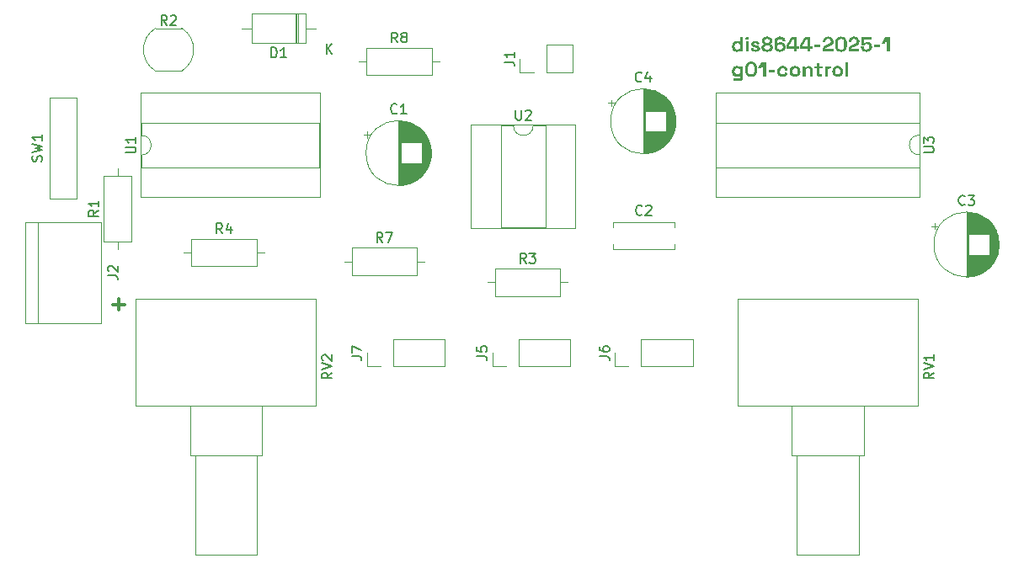
<source format=gbr>
%TF.GenerationSoftware,KiCad,Pcbnew,9.0.2*%
%TF.CreationDate,2025-06-20T13:08:06-04:00*%
%TF.ProjectId,proyecto_2_control,70726f79-6563-4746-9f5f-325f636f6e74,rev?*%
%TF.SameCoordinates,Original*%
%TF.FileFunction,Legend,Top*%
%TF.FilePolarity,Positive*%
%FSLAX46Y46*%
G04 Gerber Fmt 4.6, Leading zero omitted, Abs format (unit mm)*
G04 Created by KiCad (PCBNEW 9.0.2) date 2025-06-20 13:08:06*
%MOMM*%
%LPD*%
G01*
G04 APERTURE LIST*
%ADD10C,0.300000*%
%ADD11C,0.150000*%
%ADD12C,0.120000*%
G04 APERTURE END LIST*
D10*
G36*
X112374763Y-34287978D02*
G01*
X112114370Y-34287978D01*
X112114370Y-34162040D01*
X112076634Y-34162040D01*
X112068600Y-34174653D01*
X112017870Y-34232897D01*
X111950932Y-34277206D01*
X111910184Y-34293836D01*
X111863287Y-34306494D01*
X111809726Y-34314552D01*
X111749013Y-34317378D01*
X111715759Y-34316229D01*
X111613851Y-34297623D01*
X111520765Y-34257474D01*
X111439528Y-34197492D01*
X111372564Y-34119227D01*
X111345150Y-34073718D01*
X111321976Y-34023817D01*
X111303491Y-33969975D01*
X111289874Y-33911962D01*
X111281476Y-33849997D01*
X111278601Y-33784043D01*
X111278601Y-33756749D01*
X111543208Y-33756749D01*
X111543208Y-33777724D01*
X111546867Y-33835560D01*
X111555650Y-33880837D01*
X111569290Y-33921750D01*
X111587500Y-33958331D01*
X111609914Y-33990427D01*
X111636806Y-34018540D01*
X111667372Y-34041866D01*
X111702543Y-34060936D01*
X111740870Y-34074749D01*
X111783571Y-34083466D01*
X111828789Y-34086386D01*
X111885226Y-34081783D01*
X111961776Y-34057830D01*
X112024374Y-34015290D01*
X112050168Y-33987354D01*
X112072088Y-33954921D01*
X112089913Y-33917762D01*
X112103128Y-33876141D01*
X112111499Y-33829196D01*
X112114370Y-33777724D01*
X112114370Y-33756749D01*
X112110668Y-33698121D01*
X112101906Y-33652815D01*
X112088314Y-33611892D01*
X112070238Y-33575457D01*
X112047973Y-33543490D01*
X112021284Y-33515553D01*
X111990893Y-33492363D01*
X111955824Y-33473387D01*
X111917497Y-33459631D01*
X111874503Y-33450916D01*
X111828789Y-33447996D01*
X111772291Y-33452519D01*
X111695611Y-33476237D01*
X111633129Y-33518468D01*
X111607371Y-33546305D01*
X111585509Y-33578642D01*
X111567679Y-33615866D01*
X111554473Y-33657589D01*
X111546082Y-33704870D01*
X111543208Y-33756749D01*
X111278601Y-33756749D01*
X111278601Y-33750430D01*
X111279336Y-33716613D01*
X111285045Y-33652280D01*
X111296131Y-33592025D01*
X111312371Y-33535615D01*
X111333375Y-33483500D01*
X111359092Y-33435292D01*
X111388977Y-33391645D01*
X111423166Y-33352145D01*
X111460914Y-33317513D01*
X111502455Y-33287458D01*
X111546901Y-33262598D01*
X111594401Y-33242843D01*
X111644089Y-33228594D01*
X111695843Y-33219917D01*
X111749013Y-33217003D01*
X111843965Y-33224258D01*
X111895095Y-33235684D01*
X111939272Y-33251485D01*
X111980366Y-33272935D01*
X112014407Y-33297698D01*
X112047573Y-33331127D01*
X112072421Y-33366113D01*
X112110248Y-33366113D01*
X112110248Y-32818032D01*
X112374763Y-32818032D01*
X112374763Y-34287978D01*
G37*
G36*
X112800753Y-33124679D02*
G01*
X112834601Y-33121807D01*
X112865899Y-33113427D01*
X112894030Y-33099945D01*
X112918580Y-33081694D01*
X112938770Y-33059371D01*
X112954471Y-33033086D01*
X112965047Y-33003698D01*
X112970320Y-32971122D01*
X112970838Y-32956610D01*
X112967984Y-32923142D01*
X112959731Y-32892659D01*
X112928593Y-32841576D01*
X112880352Y-32805991D01*
X112850704Y-32795054D01*
X112818273Y-32789384D01*
X112800753Y-32788632D01*
X112766906Y-32791504D01*
X112735608Y-32799883D01*
X112707473Y-32813364D01*
X112682920Y-32831614D01*
X112662727Y-32853934D01*
X112647026Y-32880213D01*
X112636452Y-32909590D01*
X112631184Y-32942149D01*
X112630669Y-32956610D01*
X112633523Y-32990106D01*
X112641775Y-33020611D01*
X112672908Y-33071715D01*
X112721134Y-33107307D01*
X112750774Y-33118248D01*
X112783195Y-33123924D01*
X112800753Y-33124679D01*
G37*
G36*
X112668404Y-34287978D02*
G01*
X112933011Y-34287978D01*
X112933011Y-33246404D01*
X112668404Y-33246404D01*
X112668404Y-34287978D01*
G37*
G36*
X113659420Y-34317378D02*
G01*
X113727666Y-34314468D01*
X113791209Y-34305818D01*
X113847098Y-34292342D01*
X113898117Y-34273869D01*
X113941674Y-34251865D01*
X113980354Y-34225565D01*
X114012408Y-34196631D01*
X114039608Y-34163967D01*
X114061126Y-34128842D01*
X114077695Y-34090361D01*
X114095163Y-34004222D01*
X114096218Y-33975102D01*
X114093338Y-33929826D01*
X114084907Y-33889051D01*
X114071682Y-33853451D01*
X114053788Y-33821566D01*
X114003615Y-33766614D01*
X113930554Y-33720465D01*
X113826008Y-33681232D01*
X113676181Y-33647573D01*
X113617379Y-33637040D01*
X113554343Y-33622606D01*
X113506283Y-33602049D01*
X113485256Y-33585628D01*
X113470724Y-33565523D01*
X113461949Y-33525757D01*
X113464860Y-33502586D01*
X113473513Y-33482106D01*
X113505942Y-33451009D01*
X113562304Y-33431476D01*
X113617379Y-33427021D01*
X113662462Y-33430056D01*
X113702784Y-33439578D01*
X113732488Y-33452946D01*
X113758323Y-33471634D01*
X113778388Y-33493742D01*
X113794800Y-33520902D01*
X113812652Y-33574025D01*
X114058390Y-33498462D01*
X114042761Y-33454694D01*
X114021951Y-33413805D01*
X113996249Y-33376214D01*
X113965734Y-33341976D01*
X113890699Y-33284440D01*
X113797391Y-33243117D01*
X113743851Y-33229251D01*
X113686286Y-33220471D01*
X113617379Y-33217003D01*
X113551211Y-33219914D01*
X113489674Y-33228570D01*
X113435777Y-33242027D01*
X113386730Y-33260474D01*
X113345172Y-33282374D01*
X113308490Y-33308544D01*
X113278432Y-33337257D01*
X113253242Y-33369667D01*
X113233709Y-33404502D01*
X113219166Y-33442669D01*
X113205900Y-33528281D01*
X113205769Y-33538305D01*
X113208643Y-33581735D01*
X113217038Y-33621339D01*
X113248579Y-33689184D01*
X113300002Y-33746256D01*
X113374645Y-33795038D01*
X113478949Y-33836139D01*
X113604740Y-33865926D01*
X113663541Y-33876459D01*
X113736562Y-33893335D01*
X113789173Y-33914142D01*
X113812682Y-33930403D01*
X113828739Y-33949607D01*
X113839910Y-33991163D01*
X113839946Y-33994062D01*
X113837006Y-34018310D01*
X113828151Y-34040489D01*
X113814109Y-34059380D01*
X113794567Y-34075654D01*
X113736926Y-34099373D01*
X113659420Y-34107452D01*
X113607918Y-34104353D01*
X113560233Y-34094390D01*
X113524940Y-34080559D01*
X113493226Y-34061005D01*
X113468457Y-34038418D01*
X113447216Y-34010522D01*
X113430384Y-33978233D01*
X113417444Y-33940317D01*
X113411574Y-33914194D01*
X113167942Y-33977209D01*
X113178952Y-34026532D01*
X113195164Y-34072256D01*
X113215993Y-34113590D01*
X113241531Y-34151317D01*
X113306179Y-34215721D01*
X113389737Y-34265721D01*
X113493710Y-34300146D01*
X113619643Y-34316491D01*
X113659420Y-34317378D01*
G37*
G36*
X114815835Y-32788655D02*
G01*
X114959928Y-32800678D01*
X115082549Y-32832301D01*
X115182348Y-32879820D01*
X115259315Y-32939882D01*
X115314203Y-33010088D01*
X115347603Y-33089252D01*
X115356176Y-33132196D01*
X115359075Y-33177161D01*
X115359075Y-33202349D01*
X115357222Y-33242115D01*
X115349648Y-33289383D01*
X115336874Y-33331853D01*
X115318069Y-33372433D01*
X115294892Y-33407770D01*
X115264969Y-33441193D01*
X115231896Y-33468563D01*
X115192960Y-33492147D01*
X115153270Y-33508904D01*
X115153270Y-33546731D01*
X115228398Y-33580404D01*
X115291244Y-33630873D01*
X115338786Y-33695785D01*
X115369165Y-33774987D01*
X115377223Y-33820240D01*
X115380049Y-33870139D01*
X115380049Y-33895327D01*
X115379949Y-33904671D01*
X115376032Y-33953373D01*
X115366571Y-33999432D01*
X115351534Y-34043345D01*
X115331237Y-34084356D01*
X115304998Y-34123552D01*
X115273631Y-34159453D01*
X115235657Y-34193323D01*
X115192632Y-34223368D01*
X115142496Y-34250590D01*
X115087451Y-34273361D01*
X115025378Y-34292167D01*
X114958703Y-34305872D01*
X114885839Y-34314474D01*
X114808888Y-34317378D01*
X114764802Y-34316442D01*
X114624409Y-34299516D01*
X114505809Y-34264042D01*
X114409666Y-34213441D01*
X114335377Y-34150392D01*
X114281967Y-34076370D01*
X114262942Y-34035378D01*
X114249070Y-33991581D01*
X114240529Y-33944782D01*
X114237634Y-33895327D01*
X114237634Y-33870139D01*
X114238493Y-33857499D01*
X114506454Y-33857499D01*
X114506454Y-33874352D01*
X114506457Y-33875525D01*
X114517742Y-33938972D01*
X114531616Y-33967299D01*
X114550814Y-33992809D01*
X114576636Y-34016426D01*
X114608079Y-34036527D01*
X114647639Y-34053859D01*
X114693256Y-34066716D01*
X114747884Y-34075168D01*
X114808888Y-34078051D01*
X114830094Y-34077721D01*
X114935353Y-34064201D01*
X115013134Y-34034615D01*
X115066963Y-33992711D01*
X115099677Y-33939672D01*
X115108320Y-33908284D01*
X115111230Y-33874352D01*
X115111230Y-33857499D01*
X115111223Y-33855736D01*
X115099946Y-33791917D01*
X115086290Y-33763736D01*
X115067372Y-33738365D01*
X115041982Y-33714994D01*
X115010956Y-33695094D01*
X114971692Y-33677903D01*
X114926167Y-33665136D01*
X114870970Y-33656683D01*
X114808888Y-33653801D01*
X114788611Y-33654090D01*
X114682227Y-33667268D01*
X114604453Y-33696356D01*
X114550806Y-33737851D01*
X114531838Y-33763038D01*
X114518086Y-33791014D01*
X114509373Y-33822933D01*
X114506454Y-33857499D01*
X114238493Y-33857499D01*
X114241659Y-33810946D01*
X114251448Y-33763802D01*
X114266286Y-33721713D01*
X114287520Y-33681038D01*
X114312920Y-33645984D01*
X114345914Y-33612330D01*
X114381523Y-33585361D01*
X114423460Y-33562222D01*
X114464505Y-33546731D01*
X114464505Y-33508904D01*
X114410914Y-33484626D01*
X114347863Y-33436347D01*
X114300121Y-33373175D01*
X114269619Y-33295616D01*
X114261530Y-33251223D01*
X114259305Y-33212790D01*
X114527520Y-33212790D01*
X114527520Y-33229643D01*
X114533908Y-33277513D01*
X114544895Y-33305337D01*
X114561103Y-33330211D01*
X114583950Y-33353364D01*
X114612390Y-33372969D01*
X114649729Y-33390234D01*
X114693345Y-33402986D01*
X114747675Y-33411572D01*
X114808888Y-33414473D01*
X114915153Y-33404947D01*
X114993368Y-33379357D01*
X115046529Y-33341644D01*
X115078733Y-33292545D01*
X115087350Y-33262576D01*
X115090255Y-33229643D01*
X115090255Y-33212790D01*
X115083917Y-33165906D01*
X115072775Y-33137998D01*
X115056339Y-33113034D01*
X115033062Y-33089631D01*
X115004184Y-33069823D01*
X114966465Y-33052392D01*
X114922675Y-33039537D01*
X114868922Y-33030952D01*
X114808888Y-33028051D01*
X114702719Y-33037900D01*
X114624541Y-33063976D01*
X114571178Y-33102089D01*
X114538966Y-33151064D01*
X114530416Y-33180506D01*
X114527520Y-33212790D01*
X114259305Y-33212790D01*
X114258700Y-33202349D01*
X114258700Y-33177161D01*
X114267759Y-33098712D01*
X114280818Y-33056875D01*
X114299365Y-33017414D01*
X114324007Y-32979420D01*
X114354052Y-32944314D01*
X114390710Y-32911138D01*
X114432714Y-32881478D01*
X114481584Y-32854693D01*
X114535662Y-32832129D01*
X114596307Y-32813600D01*
X114661869Y-32800009D01*
X114733144Y-32791519D01*
X114808888Y-32788632D01*
X114815835Y-32788655D01*
G37*
G36*
X116148199Y-32789632D02*
G01*
X116277840Y-32806643D01*
X116387096Y-32842334D01*
X116476567Y-32894155D01*
X116547069Y-32960532D01*
X116575370Y-32999019D01*
X116598965Y-33041008D01*
X116617845Y-33086833D01*
X116631601Y-33136016D01*
X116640189Y-33189571D01*
X116643090Y-33246404D01*
X116370057Y-33246404D01*
X116369934Y-33238209D01*
X116357605Y-33168951D01*
X116326497Y-33112392D01*
X116303981Y-33088883D01*
X116276385Y-33068593D01*
X116243124Y-33051783D01*
X116204277Y-33039134D01*
X116158100Y-33030902D01*
X116105542Y-33028051D01*
X116055176Y-33030724D01*
X115970074Y-33050700D01*
X115903942Y-33087880D01*
X115877186Y-33112770D01*
X115854869Y-33141606D01*
X115836509Y-33175506D01*
X115823109Y-33213311D01*
X115814447Y-33257279D01*
X115811535Y-33305205D01*
X115811535Y-33456422D01*
X115849271Y-33456422D01*
X115887609Y-33418883D01*
X115955455Y-33377594D01*
X115997813Y-33361768D01*
X116047834Y-33349485D01*
X116105704Y-33341618D01*
X116172679Y-33338819D01*
X116188376Y-33339036D01*
X116299639Y-33353549D01*
X116400336Y-33389149D01*
X116486664Y-33443083D01*
X116556322Y-33512771D01*
X116607933Y-33596422D01*
X116626545Y-33643042D01*
X116640241Y-33693179D01*
X116648642Y-33746389D01*
X116651517Y-33802911D01*
X116651517Y-33828099D01*
X116649564Y-33874801D01*
X116642101Y-33928849D01*
X116629226Y-33980138D01*
X116611102Y-34028546D01*
X116587927Y-34073839D01*
X116559626Y-34116184D01*
X116526567Y-34155005D01*
X116488368Y-34190596D01*
X116445667Y-34222189D01*
X116397827Y-34250025D01*
X116345746Y-34273333D01*
X116288687Y-34292180D01*
X116227684Y-34305941D01*
X116162090Y-34314483D01*
X116092903Y-34317378D01*
X116032672Y-34315121D01*
X115908891Y-34294470D01*
X115801860Y-34254291D01*
X115712184Y-34196808D01*
X115640419Y-34123806D01*
X115611458Y-34081876D01*
X115587351Y-34036620D01*
X115568158Y-33987935D01*
X115554211Y-33936304D01*
X115545618Y-33881381D01*
X115542715Y-33823886D01*
X115542715Y-33807124D01*
X115811535Y-33807124D01*
X115811535Y-33823886D01*
X115812660Y-33850717D01*
X115830082Y-33926072D01*
X115846258Y-33958668D01*
X115867168Y-33987751D01*
X115893136Y-34013562D01*
X115923617Y-34035329D01*
X115959684Y-34053376D01*
X116000144Y-34066658D01*
X116046510Y-34075161D01*
X116097116Y-34078051D01*
X116133856Y-34076556D01*
X116220749Y-34058623D01*
X116288995Y-34023089D01*
X116339286Y-33971994D01*
X116357741Y-33940601D01*
X116371257Y-33905732D01*
X116379802Y-33866437D01*
X116382697Y-33823886D01*
X116382697Y-33807124D01*
X116381603Y-33780890D01*
X116364150Y-33705644D01*
X116347852Y-33672934D01*
X116326798Y-33643749D01*
X116300629Y-33617788D01*
X116269967Y-33595903D01*
X116233791Y-33577776D01*
X116193322Y-33564444D01*
X116147234Y-33555940D01*
X116097116Y-33553051D01*
X116060215Y-33554591D01*
X115973634Y-33572729D01*
X115905304Y-33608562D01*
X115854910Y-33659875D01*
X115836466Y-33691217D01*
X115822941Y-33726002D01*
X115814426Y-33764964D01*
X115811535Y-33807124D01*
X115542715Y-33807124D01*
X115542715Y-33322058D01*
X115546121Y-33249767D01*
X115568462Y-33133857D01*
X115586910Y-33082481D01*
X115609955Y-33035264D01*
X115637732Y-32991731D01*
X115669791Y-32952441D01*
X115707037Y-32916422D01*
X115748362Y-32884884D01*
X115795592Y-32856739D01*
X115846749Y-32833462D01*
X115904439Y-32814238D01*
X115965867Y-32800369D01*
X116033993Y-32791564D01*
X116105542Y-32788632D01*
X116148199Y-32789632D01*
G37*
G36*
X117780468Y-33750430D02*
G01*
X118024009Y-33750430D01*
X118024009Y-33989849D01*
X117780468Y-33989849D01*
X117780468Y-34287978D01*
X117511648Y-34287978D01*
X117511648Y-33989849D01*
X116789270Y-33989849D01*
X116789270Y-33716816D01*
X117045450Y-33716816D01*
X117045450Y-33750430D01*
X117511648Y-33750430D01*
X117511648Y-32990224D01*
X117473821Y-32990224D01*
X117045450Y-33716816D01*
X116789270Y-33716816D01*
X116789270Y-33678988D01*
X117297417Y-32818032D01*
X117780468Y-32818032D01*
X117780468Y-33750430D01*
G37*
G36*
X119115500Y-33750430D02*
G01*
X119359040Y-33750430D01*
X119359040Y-33989849D01*
X119115500Y-33989849D01*
X119115500Y-34287978D01*
X118846680Y-34287978D01*
X118846680Y-33989849D01*
X118124301Y-33989849D01*
X118124301Y-33716816D01*
X118380481Y-33716816D01*
X118380481Y-33750430D01*
X118846680Y-33750430D01*
X118846680Y-32990224D01*
X118808853Y-32990224D01*
X118380481Y-33716816D01*
X118124301Y-33716816D01*
X118124301Y-33678988D01*
X118632448Y-32818032D01*
X119115500Y-32818032D01*
X119115500Y-33750430D01*
G37*
G36*
X119547535Y-33872246D02*
G01*
X120169072Y-33872246D01*
X120169072Y-33632827D01*
X119547535Y-33632827D01*
X119547535Y-33872246D01*
G37*
G36*
X120399973Y-34287978D02*
G01*
X121466825Y-34287978D01*
X121466825Y-34048650D01*
X120675112Y-34048650D01*
X120675112Y-34040224D01*
X120678259Y-33998064D01*
X120688562Y-33960596D01*
X120702660Y-33933792D01*
X120722707Y-33909169D01*
X120782393Y-33865566D01*
X120885442Y-33822246D01*
X120906105Y-33815551D01*
X121040469Y-33773510D01*
X121122809Y-33744676D01*
X121199348Y-33710428D01*
X121257347Y-33677573D01*
X121310013Y-33640124D01*
X121351289Y-33603202D01*
X121387568Y-33562159D01*
X121416072Y-33520684D01*
X121439699Y-33475301D01*
X121457413Y-33428113D01*
X121470102Y-33376980D01*
X121479373Y-33273698D01*
X121479373Y-33252724D01*
X121476487Y-33199340D01*
X121468005Y-33148573D01*
X121435116Y-33055016D01*
X121381959Y-32972583D01*
X121309288Y-32902489D01*
X121217909Y-32846797D01*
X121109332Y-32808261D01*
X120986193Y-32789840D01*
X120943932Y-32788632D01*
X120878701Y-32791544D01*
X120815963Y-32800204D01*
X120757140Y-32814202D01*
X120701497Y-32833532D01*
X120650736Y-32857376D01*
X120603708Y-32886073D01*
X120562003Y-32918443D01*
X120524462Y-32955194D01*
X120492271Y-32995024D01*
X120464615Y-33038823D01*
X120442202Y-33085502D01*
X120424704Y-33135832D01*
X120412492Y-33189199D01*
X120405644Y-33245994D01*
X120404186Y-33288444D01*
X120404186Y-33322058D01*
X120673006Y-33322058D01*
X120673006Y-33284231D01*
X120675893Y-33238779D01*
X120684379Y-33197541D01*
X120697609Y-33161857D01*
X120715561Y-33130228D01*
X120763878Y-33080008D01*
X120829117Y-33045899D01*
X120912598Y-33029200D01*
X120943932Y-33028051D01*
X120993011Y-33030934D01*
X121037857Y-33039396D01*
X121076942Y-33052621D01*
X121111544Y-33070543D01*
X121140479Y-33092081D01*
X121164755Y-33117533D01*
X121183781Y-33146010D01*
X121197904Y-33177798D01*
X121210571Y-33250497D01*
X121210645Y-33256937D01*
X121210645Y-33265363D01*
X121207737Y-33306739D01*
X121199104Y-33345016D01*
X121185407Y-33379194D01*
X121166587Y-33410546D01*
X121113122Y-33465691D01*
X121035005Y-33512040D01*
X120971226Y-33536198D01*
X120830542Y-33580345D01*
X120746555Y-33609644D01*
X120671139Y-33643312D01*
X120615521Y-33674964D01*
X120566000Y-33710617D01*
X120527115Y-33746124D01*
X120493246Y-33785504D01*
X120465992Y-33826453D01*
X120443337Y-33871408D01*
X120412322Y-33973292D01*
X120400076Y-34097985D01*
X120399973Y-34111665D01*
X120399973Y-34287978D01*
G37*
G36*
X122354782Y-32796621D02*
G01*
X122471860Y-32824500D01*
X122571224Y-32870344D01*
X122653977Y-32933078D01*
X122689380Y-32970821D01*
X122720696Y-33012822D01*
X122748076Y-33059626D01*
X122770968Y-33110718D01*
X122789593Y-33167420D01*
X122803193Y-33228536D01*
X122811778Y-33296077D01*
X122814680Y-33368220D01*
X122814680Y-33737790D01*
X122808081Y-33848147D01*
X122781940Y-33969403D01*
X122737971Y-34070678D01*
X122709559Y-34114704D01*
X122677048Y-34154356D01*
X122639810Y-34190315D01*
X122598606Y-34221758D01*
X122551749Y-34249670D01*
X122500942Y-34272747D01*
X122443382Y-34291837D01*
X122381831Y-34305617D01*
X122312574Y-34314443D01*
X122239305Y-34317378D01*
X122120031Y-34309304D01*
X122002597Y-34281838D01*
X121904048Y-34236985D01*
X121822535Y-34175637D01*
X121787739Y-34138619D01*
X121756943Y-34097253D01*
X121729964Y-34050884D01*
X121707386Y-34000015D01*
X121688918Y-33943019D01*
X121675416Y-33881230D01*
X121666831Y-33812106D01*
X121663929Y-33737790D01*
X121663929Y-33368220D01*
X121664725Y-33355672D01*
X121932749Y-33355672D01*
X121932749Y-33746216D01*
X121939416Y-33836422D01*
X121963462Y-33922418D01*
X122002966Y-33987290D01*
X122028898Y-34013363D01*
X122058880Y-34035042D01*
X122094905Y-34053146D01*
X122135426Y-34066340D01*
X122184704Y-34075122D01*
X122239305Y-34078051D01*
X122313685Y-34072345D01*
X122393708Y-34048566D01*
X122426804Y-34030203D01*
X122455731Y-34007577D01*
X122481392Y-33979687D01*
X122502682Y-33947395D01*
X122520882Y-33907544D01*
X122534091Y-33862759D01*
X122543003Y-33807374D01*
X122545951Y-33746216D01*
X122545951Y-33355672D01*
X122539579Y-33274075D01*
X122514516Y-33188300D01*
X122472616Y-33121534D01*
X122445239Y-33094401D01*
X122414008Y-33071875D01*
X122377390Y-33053254D01*
X122336970Y-33039733D01*
X122290037Y-33030977D01*
X122239305Y-33028051D01*
X122165397Y-33034541D01*
X122086550Y-33060182D01*
X122023585Y-33103839D01*
X121997536Y-33132781D01*
X121975702Y-33166104D01*
X121957553Y-33205397D01*
X121944258Y-33249200D01*
X121935653Y-33300080D01*
X121932749Y-33355672D01*
X121664725Y-33355672D01*
X121670929Y-33257837D01*
X121697858Y-33138067D01*
X121743019Y-33036805D01*
X121772128Y-32992533D01*
X121805408Y-32952506D01*
X121843297Y-32916259D01*
X121885177Y-32884458D01*
X121932295Y-32856404D01*
X121983313Y-32833139D01*
X122040269Y-32814084D01*
X122101067Y-32800287D01*
X122168308Y-32791554D01*
X122239305Y-32788632D01*
X122354782Y-32796621D01*
G37*
G36*
X123007021Y-34287978D02*
G01*
X124073874Y-34287978D01*
X124073874Y-34048650D01*
X123282160Y-34048650D01*
X123282160Y-34040224D01*
X123285307Y-33998064D01*
X123295610Y-33960596D01*
X123309709Y-33933792D01*
X123329755Y-33909169D01*
X123389441Y-33865566D01*
X123492490Y-33822246D01*
X123513153Y-33815551D01*
X123647517Y-33773510D01*
X123729857Y-33744676D01*
X123806396Y-33710428D01*
X123864395Y-33677573D01*
X123917061Y-33640124D01*
X123958337Y-33603202D01*
X123994616Y-33562159D01*
X124023120Y-33520684D01*
X124046747Y-33475301D01*
X124064462Y-33428113D01*
X124077150Y-33376980D01*
X124086422Y-33273698D01*
X124086422Y-33252724D01*
X124083535Y-33199340D01*
X124075054Y-33148573D01*
X124042164Y-33055016D01*
X123989008Y-32972583D01*
X123916336Y-32902489D01*
X123824957Y-32846797D01*
X123716380Y-32808261D01*
X123593241Y-32789840D01*
X123550980Y-32788632D01*
X123485749Y-32791544D01*
X123423011Y-32800204D01*
X123364188Y-32814202D01*
X123308545Y-32833532D01*
X123257785Y-32857376D01*
X123210756Y-32886073D01*
X123169051Y-32918443D01*
X123131510Y-32955194D01*
X123099319Y-32995024D01*
X123071663Y-33038823D01*
X123049250Y-33085502D01*
X123031753Y-33135832D01*
X123019541Y-33189199D01*
X123012692Y-33245994D01*
X123011234Y-33288444D01*
X123011234Y-33322058D01*
X123280054Y-33322058D01*
X123280054Y-33284231D01*
X123282941Y-33238779D01*
X123291427Y-33197541D01*
X123304658Y-33161857D01*
X123322609Y-33130228D01*
X123370926Y-33080008D01*
X123436165Y-33045899D01*
X123519646Y-33029200D01*
X123550980Y-33028051D01*
X123600059Y-33030934D01*
X123644905Y-33039396D01*
X123683990Y-33052621D01*
X123718592Y-33070543D01*
X123747527Y-33092081D01*
X123771804Y-33117533D01*
X123790829Y-33146010D01*
X123804952Y-33177798D01*
X123817619Y-33250497D01*
X123817693Y-33256937D01*
X123817693Y-33265363D01*
X123814785Y-33306739D01*
X123806152Y-33345016D01*
X123792455Y-33379194D01*
X123773635Y-33410546D01*
X123720170Y-33465691D01*
X123642053Y-33512040D01*
X123578274Y-33536198D01*
X123437590Y-33580345D01*
X123353603Y-33609644D01*
X123278187Y-33643312D01*
X123222569Y-33674964D01*
X123173048Y-33710617D01*
X123134163Y-33746124D01*
X123100294Y-33785504D01*
X123073040Y-33826453D01*
X123050385Y-33871408D01*
X123019371Y-33973292D01*
X123007124Y-34097985D01*
X123007021Y-34111665D01*
X123007021Y-34287978D01*
G37*
G36*
X124802297Y-34317378D02*
G01*
X124873301Y-34314476D01*
X124940057Y-34305880D01*
X125000733Y-34292229D01*
X125057113Y-34273515D01*
X125107731Y-34250584D01*
X125154017Y-34223146D01*
X125195031Y-34192040D01*
X125231645Y-34156883D01*
X125263446Y-34118210D01*
X125290696Y-34075828D01*
X125331178Y-33980124D01*
X125352079Y-33869300D01*
X125354592Y-33811338D01*
X125354592Y-33786150D01*
X125351713Y-33725534D01*
X125343287Y-33668819D01*
X125329699Y-33616281D01*
X125311235Y-33567710D01*
X125288086Y-33522957D01*
X125260644Y-33482310D01*
X125192996Y-33412602D01*
X125109377Y-33359375D01*
X125011090Y-33324312D01*
X124900347Y-33309701D01*
X124882073Y-33309419D01*
X124824662Y-33312210D01*
X124774048Y-33320026D01*
X124689286Y-33348663D01*
X124626210Y-33390803D01*
X124598599Y-33420702D01*
X124560772Y-33420702D01*
X124560772Y-33061665D01*
X125295790Y-33061665D01*
X125295790Y-32818032D01*
X124291952Y-32818032D01*
X124291952Y-33641253D01*
X124617467Y-33641253D01*
X124646585Y-33602387D01*
X124688908Y-33566883D01*
X124720927Y-33550520D01*
X124759568Y-33538680D01*
X124825378Y-33532076D01*
X124868258Y-33534963D01*
X124908516Y-33543448D01*
X124945412Y-33557120D01*
X124978911Y-33575774D01*
X125008184Y-33598766D01*
X125033373Y-33626096D01*
X125053801Y-33657003D01*
X125069516Y-33691643D01*
X125080070Y-33729403D01*
X125085271Y-33770367D01*
X125085772Y-33788257D01*
X125085772Y-33809231D01*
X125082860Y-33854374D01*
X125074205Y-33896326D01*
X125060620Y-33933251D01*
X125041966Y-33966654D01*
X125019159Y-33995381D01*
X124991786Y-34020270D01*
X124960274Y-34040877D01*
X124924469Y-34057209D01*
X124839123Y-34076150D01*
X124798084Y-34078051D01*
X124748952Y-34075189D01*
X124704510Y-34066877D01*
X124665380Y-34053783D01*
X124630828Y-34036207D01*
X124600927Y-34014588D01*
X124575624Y-33989287D01*
X124538378Y-33927975D01*
X124520168Y-33853515D01*
X124518731Y-33823886D01*
X124518731Y-33805018D01*
X124245790Y-33805018D01*
X124245790Y-33825992D01*
X124248696Y-33884869D01*
X124257315Y-33940781D01*
X124271177Y-33992581D01*
X124290252Y-34041189D01*
X124314065Y-34085890D01*
X124342687Y-34127155D01*
X124413574Y-34198539D01*
X124502695Y-34254702D01*
X124610328Y-34294230D01*
X124736801Y-34314927D01*
X124802297Y-34317378D01*
G37*
G36*
X125567632Y-33872246D02*
G01*
X126189169Y-33872246D01*
X126189169Y-33632827D01*
X125567632Y-33632827D01*
X125567632Y-33872246D01*
G37*
G36*
X126873721Y-34287978D02*
G01*
X127142541Y-34287978D01*
X127142541Y-32818032D01*
X126657383Y-32818032D01*
X126357147Y-33481610D01*
X126638515Y-33481610D01*
X126835894Y-33015411D01*
X126873721Y-33015411D01*
X126873721Y-34287978D01*
G37*
G36*
X111826539Y-35741639D02*
G01*
X111878742Y-35751695D01*
X111924166Y-35766449D01*
X111968123Y-35787742D01*
X112004832Y-35812670D01*
X112046190Y-35851998D01*
X112076634Y-35892433D01*
X112114370Y-35892433D01*
X112114370Y-35766404D01*
X112374763Y-35766404D01*
X112374763Y-36992808D01*
X112364475Y-37070626D01*
X112334458Y-37135734D01*
X112312748Y-37162442D01*
X112286924Y-37184945D01*
X112256816Y-37203217D01*
X112223038Y-37216656D01*
X112185024Y-37225129D01*
X112143771Y-37228014D01*
X111446580Y-37228014D01*
X111446580Y-36997021D01*
X112051447Y-36997021D01*
X112071569Y-36994633D01*
X112098876Y-36976611D01*
X112107361Y-36958237D01*
X112110248Y-36934007D01*
X112110248Y-36663080D01*
X112072421Y-36663080D01*
X112065595Y-36673822D01*
X112017274Y-36729244D01*
X111951694Y-36772557D01*
X111911718Y-36788885D01*
X111865321Y-36801445D01*
X111812883Y-36809382D01*
X111753226Y-36812191D01*
X111722098Y-36811232D01*
X111617939Y-36793276D01*
X111523199Y-36753884D01*
X111440805Y-36694889D01*
X111373109Y-36618006D01*
X111345466Y-36573395D01*
X111322135Y-36524573D01*
X111303558Y-36472012D01*
X111289893Y-36415507D01*
X111281478Y-36355312D01*
X111278601Y-36291404D01*
X111278601Y-36264110D01*
X111543208Y-36264110D01*
X111543208Y-36285084D01*
X111546217Y-36334602D01*
X111554567Y-36378353D01*
X111567914Y-36418124D01*
X111586059Y-36454060D01*
X111608566Y-36485750D01*
X111635715Y-36513650D01*
X111666671Y-36536896D01*
X111702157Y-36555864D01*
X111740870Y-36569649D01*
X111783571Y-36578289D01*
X111828789Y-36581198D01*
X111880884Y-36577313D01*
X111959142Y-36554207D01*
X112023227Y-36512475D01*
X112049504Y-36485193D01*
X112071811Y-36453612D01*
X112089805Y-36417820D01*
X112103128Y-36377931D01*
X112111499Y-36333501D01*
X112114370Y-36285084D01*
X112114370Y-36264110D01*
X112111320Y-36213888D01*
X112102986Y-36170110D01*
X112089684Y-36130327D01*
X112071672Y-36094537D01*
X112049313Y-36062976D01*
X112022371Y-36035252D01*
X111991593Y-36012145D01*
X111956210Y-35993271D01*
X111917497Y-35979543D01*
X111874503Y-35970905D01*
X111828789Y-35967996D01*
X111776671Y-35971807D01*
X111698257Y-35994681D01*
X111634281Y-36036102D01*
X111608038Y-36063286D01*
X111585789Y-36094769D01*
X111567788Y-36130618D01*
X111554473Y-36170598D01*
X111546082Y-36215331D01*
X111543208Y-36264110D01*
X111278601Y-36264110D01*
X111278601Y-36257790D01*
X111279210Y-36227972D01*
X111284675Y-36165386D01*
X111295556Y-36106606D01*
X111311640Y-36051432D01*
X111332555Y-36000328D01*
X111358253Y-35952957D01*
X111388213Y-35909962D01*
X111422556Y-35870996D01*
X111460581Y-35836753D01*
X111502485Y-35807008D01*
X111547449Y-35782348D01*
X111595578Y-35762736D01*
X111646087Y-35748557D01*
X111698832Y-35739913D01*
X111753226Y-35737003D01*
X111826539Y-35741639D01*
G37*
G36*
X113317308Y-35316621D02*
G01*
X113434386Y-35344500D01*
X113533750Y-35390344D01*
X113616504Y-35453078D01*
X113651907Y-35490821D01*
X113683222Y-35532822D01*
X113710602Y-35579626D01*
X113733494Y-35630718D01*
X113752119Y-35687420D01*
X113765720Y-35748536D01*
X113774305Y-35816077D01*
X113777206Y-35888220D01*
X113777206Y-36257790D01*
X113770608Y-36368147D01*
X113744466Y-36489403D01*
X113700497Y-36590678D01*
X113672085Y-36634704D01*
X113639574Y-36674356D01*
X113602336Y-36710315D01*
X113561132Y-36741758D01*
X113514275Y-36769670D01*
X113463468Y-36792747D01*
X113405908Y-36811837D01*
X113344357Y-36825617D01*
X113275100Y-36834443D01*
X113201831Y-36837378D01*
X113082557Y-36829304D01*
X112965123Y-36801838D01*
X112866574Y-36756985D01*
X112785061Y-36695637D01*
X112750265Y-36658619D01*
X112719470Y-36617253D01*
X112692491Y-36570884D01*
X112669912Y-36520015D01*
X112651445Y-36463019D01*
X112637942Y-36401230D01*
X112629357Y-36332106D01*
X112626456Y-36257790D01*
X112626456Y-35888220D01*
X112627252Y-35875672D01*
X112895275Y-35875672D01*
X112895275Y-36266216D01*
X112901942Y-36356422D01*
X112925989Y-36442418D01*
X112965493Y-36507290D01*
X112991425Y-36533363D01*
X113021406Y-36555042D01*
X113057431Y-36573146D01*
X113097952Y-36586340D01*
X113147230Y-36595122D01*
X113201831Y-36598051D01*
X113276211Y-36592345D01*
X113356234Y-36568566D01*
X113389330Y-36550203D01*
X113418257Y-36527577D01*
X113443919Y-36499687D01*
X113465208Y-36467395D01*
X113483408Y-36427544D01*
X113496618Y-36382759D01*
X113505530Y-36327374D01*
X113508478Y-36266216D01*
X113508478Y-35875672D01*
X113502105Y-35794075D01*
X113477042Y-35708300D01*
X113435142Y-35641534D01*
X113407765Y-35614401D01*
X113376534Y-35591875D01*
X113339916Y-35573254D01*
X113299496Y-35559733D01*
X113252563Y-35550977D01*
X113201831Y-35548051D01*
X113127924Y-35554541D01*
X113049076Y-35580182D01*
X112986111Y-35623839D01*
X112960062Y-35652781D01*
X112938228Y-35686104D01*
X112920079Y-35725397D01*
X112906784Y-35769200D01*
X112898179Y-35820080D01*
X112895275Y-35875672D01*
X112627252Y-35875672D01*
X112633455Y-35777837D01*
X112660384Y-35658067D01*
X112705545Y-35556805D01*
X112734654Y-35512533D01*
X112767935Y-35472506D01*
X112805823Y-35436259D01*
X112847703Y-35404458D01*
X112894822Y-35376404D01*
X112945839Y-35353139D01*
X113002796Y-35334084D01*
X113063593Y-35320287D01*
X113130835Y-35311554D01*
X113201831Y-35308632D01*
X113317308Y-35316621D01*
G37*
G36*
X114423198Y-36807978D02*
G01*
X114692017Y-36807978D01*
X114692017Y-35338032D01*
X114206860Y-35338032D01*
X113906624Y-36001610D01*
X114187992Y-36001610D01*
X114385371Y-35535411D01*
X114423198Y-35535411D01*
X114423198Y-36807978D01*
G37*
G36*
X114972378Y-36392246D02*
G01*
X115593915Y-36392246D01*
X115593915Y-36152827D01*
X114972378Y-36152827D01*
X114972378Y-36392246D01*
G37*
G36*
X116372988Y-36837378D02*
G01*
X116437801Y-36834499D01*
X116498340Y-36826071D01*
X116554288Y-36812508D01*
X116606079Y-36794080D01*
X116697782Y-36743525D01*
X116774427Y-36675501D01*
X116836041Y-36590372D01*
X116881502Y-36488429D01*
X116895882Y-36438408D01*
X116639610Y-36377499D01*
X116628200Y-36426230D01*
X116611236Y-36470179D01*
X116591518Y-36504360D01*
X116567046Y-36534056D01*
X116540211Y-36557040D01*
X116509010Y-36575636D01*
X116474306Y-36589237D01*
X116435150Y-36598143D01*
X116379216Y-36602264D01*
X116334619Y-36599348D01*
X116292524Y-36590658D01*
X116254623Y-36576853D01*
X116219868Y-36557814D01*
X116189588Y-36534468D01*
X116162991Y-36506363D01*
X116140824Y-36474236D01*
X116122888Y-36437666D01*
X116109539Y-36396787D01*
X116101087Y-36351616D01*
X116097849Y-36297724D01*
X116097849Y-36276749D01*
X116100719Y-36225904D01*
X116109089Y-36179472D01*
X116122323Y-36138211D01*
X116140174Y-36101353D01*
X116162141Y-36069167D01*
X116187988Y-36041463D01*
X116250649Y-35999455D01*
X116327047Y-35976233D01*
X116379216Y-35972209D01*
X116424909Y-35975072D01*
X116465757Y-35983386D01*
X116501125Y-35996387D01*
X116532109Y-36013822D01*
X116581828Y-36061008D01*
X116616459Y-36125076D01*
X116633382Y-36194867D01*
X116889562Y-36140187D01*
X116875710Y-36083372D01*
X116856388Y-36029440D01*
X116832579Y-35980513D01*
X116803718Y-35935005D01*
X116771088Y-35894660D01*
X116733787Y-35858160D01*
X116693053Y-35826661D01*
X116647937Y-35799404D01*
X116599281Y-35777012D01*
X116546413Y-35759298D01*
X116489567Y-35746585D01*
X116428572Y-35739079D01*
X116372988Y-35737003D01*
X116309865Y-35739916D01*
X116249062Y-35748584D01*
X116191850Y-35762625D01*
X116137587Y-35782033D01*
X116087699Y-35806106D01*
X116041289Y-35835119D01*
X115999650Y-35868115D01*
X115961938Y-35905639D01*
X115929108Y-35946685D01*
X115900619Y-35991903D01*
X115877057Y-36040495D01*
X115858265Y-36092982D01*
X115844578Y-36148964D01*
X115836148Y-36208640D01*
X115833242Y-36272536D01*
X115833242Y-36301937D01*
X115836128Y-36365612D01*
X115844602Y-36425629D01*
X115858303Y-36481611D01*
X115876995Y-36533816D01*
X115900444Y-36582231D01*
X115928358Y-36626702D01*
X115997244Y-36704159D01*
X116082616Y-36765463D01*
X116183446Y-36809174D01*
X116298217Y-36833270D01*
X116372988Y-36837378D01*
G37*
G36*
X117686212Y-35741241D02*
G01*
X117802527Y-35765457D01*
X117904270Y-35809140D01*
X117990181Y-35870278D01*
X118059388Y-35947448D01*
X118087422Y-35991755D01*
X118110937Y-36039927D01*
X118129690Y-36091895D01*
X118143419Y-36147546D01*
X118151913Y-36207215D01*
X118154801Y-36270430D01*
X118154801Y-36304043D01*
X118151674Y-36369763D01*
X118143050Y-36428811D01*
X118129171Y-36484273D01*
X118110211Y-36536239D01*
X118086462Y-36584406D01*
X118057808Y-36629194D01*
X118024770Y-36669899D01*
X117986854Y-36707087D01*
X117944933Y-36739830D01*
X117898197Y-36768617D01*
X117847859Y-36792536D01*
X117793006Y-36811834D01*
X117735019Y-36825818D01*
X117673167Y-36834468D01*
X117608735Y-36837378D01*
X117531329Y-36833148D01*
X117415016Y-36808944D01*
X117313277Y-36765273D01*
X117227370Y-36704150D01*
X117158168Y-36626994D01*
X117130137Y-36582696D01*
X117106623Y-36534531D01*
X117087871Y-36482569D01*
X117074142Y-36426923D01*
X117065649Y-36367257D01*
X117062761Y-36304043D01*
X117062761Y-36276749D01*
X117327367Y-36276749D01*
X117327367Y-36297724D01*
X117330714Y-36352403D01*
X117339244Y-36397424D01*
X117352670Y-36438243D01*
X117370629Y-36474687D01*
X117392830Y-36506758D01*
X117419361Y-36534730D01*
X117449601Y-36558007D01*
X117484217Y-36576940D01*
X117522046Y-36590698D01*
X117564068Y-36599353D01*
X117608735Y-36602264D01*
X117660355Y-36598349D01*
X117736955Y-36575263D01*
X117799773Y-36533287D01*
X117825724Y-36505517D01*
X117847741Y-36473292D01*
X117865664Y-36436325D01*
X117878929Y-36395008D01*
X117887321Y-36348523D01*
X117890194Y-36297724D01*
X117890194Y-36276749D01*
X117886808Y-36221323D01*
X117864925Y-36135468D01*
X117847102Y-36099181D01*
X117825050Y-36067250D01*
X117798714Y-36039456D01*
X117768639Y-36016319D01*
X117734104Y-35997477D01*
X117696252Y-35983775D01*
X117653915Y-35975120D01*
X117608735Y-35972209D01*
X117557146Y-35976039D01*
X117480390Y-35998864D01*
X117417699Y-36040485D01*
X117391791Y-36068133D01*
X117369839Y-36100239D01*
X117351913Y-36137262D01*
X117338658Y-36178676D01*
X117330244Y-36225516D01*
X117327367Y-36276749D01*
X117062761Y-36276749D01*
X117062761Y-36270430D01*
X117065889Y-36204693D01*
X117074515Y-36145638D01*
X117088396Y-36090168D01*
X117107360Y-36038193D01*
X117131112Y-35990016D01*
X117159769Y-35945218D01*
X117192810Y-35904504D01*
X117230727Y-35867309D01*
X117272647Y-35834559D01*
X117319377Y-35805769D01*
X117369708Y-35781847D01*
X117424544Y-35762547D01*
X117482512Y-35748563D01*
X117544336Y-35739914D01*
X117608735Y-35737003D01*
X117686212Y-35741241D01*
G37*
G36*
X118398342Y-36807978D02*
G01*
X118662948Y-36807978D01*
X118662948Y-36278856D01*
X118665850Y-36222425D01*
X118674442Y-36171158D01*
X118687596Y-36127752D01*
X118705507Y-36089300D01*
X118726721Y-36057617D01*
X118751950Y-36030684D01*
X118780105Y-36009262D01*
X118811802Y-35992576D01*
X118885608Y-35973931D01*
X118919220Y-35972209D01*
X118964837Y-35975143D01*
X119005562Y-35983954D01*
X119038176Y-35997057D01*
X119066536Y-36015029D01*
X119089386Y-36036560D01*
X119108232Y-36062482D01*
X119133681Y-36128114D01*
X119141786Y-36207415D01*
X119141786Y-36807978D01*
X119406393Y-36807978D01*
X119406393Y-36186441D01*
X119403499Y-36127712D01*
X119394969Y-36072153D01*
X119381223Y-36020635D01*
X119362410Y-35972752D01*
X119339134Y-35929397D01*
X119311359Y-35890086D01*
X119279799Y-35855562D01*
X119244272Y-35825457D01*
X119205425Y-35800268D01*
X119163084Y-35779880D01*
X119117640Y-35764585D01*
X119069113Y-35754521D01*
X119001102Y-35749643D01*
X118943461Y-35752453D01*
X118892778Y-35760404D01*
X118848090Y-35772966D01*
X118809700Y-35789315D01*
X118747905Y-35832411D01*
X118705049Y-35886665D01*
X118696562Y-35902966D01*
X118658735Y-35902966D01*
X118658735Y-35766404D01*
X118398342Y-35766404D01*
X118398342Y-36807978D01*
G37*
G36*
X120060628Y-36807978D02*
G01*
X120354635Y-36807978D01*
X120354635Y-36589624D01*
X120153043Y-36589624D01*
X120130948Y-36586693D01*
X120113811Y-36577893D01*
X120096607Y-36548813D01*
X120094242Y-36526610D01*
X120094242Y-35984849D01*
X120379823Y-35984849D01*
X120379823Y-35766404D01*
X120094242Y-35766404D01*
X120094242Y-35442996D01*
X119829635Y-35442996D01*
X119829635Y-35766404D01*
X119569242Y-35766404D01*
X119569242Y-35984849D01*
X119829635Y-35984849D01*
X119829635Y-36572863D01*
X119832516Y-36615282D01*
X119840958Y-36654222D01*
X119854321Y-36688712D01*
X119872445Y-36719350D01*
X119894697Y-36745535D01*
X119921032Y-36767482D01*
X119984887Y-36797684D01*
X120060628Y-36807978D01*
G37*
G36*
X120618509Y-36807978D02*
G01*
X120883116Y-36807978D01*
X120883116Y-36215841D01*
X120885987Y-36173785D01*
X120894360Y-36136287D01*
X120907362Y-36104321D01*
X120924854Y-36076576D01*
X120972018Y-36033652D01*
X121036133Y-36006593D01*
X121114108Y-35997397D01*
X121244351Y-35997397D01*
X121244351Y-35762191D01*
X121118321Y-35762191D01*
X121073502Y-35765156D01*
X121032550Y-35774191D01*
X120999729Y-35787577D01*
X120970957Y-35806127D01*
X120948499Y-35827825D01*
X120930180Y-35854112D01*
X120916730Y-35884007D01*
X120878902Y-35884007D01*
X120878902Y-35766404D01*
X120618509Y-35766404D01*
X120618509Y-36807978D01*
G37*
G36*
X121984397Y-35741241D02*
G01*
X122100713Y-35765457D01*
X122202455Y-35809140D01*
X122288367Y-35870278D01*
X122357574Y-35947448D01*
X122385607Y-35991755D01*
X122409122Y-36039927D01*
X122427876Y-36091895D01*
X122441605Y-36147546D01*
X122450098Y-36207215D01*
X122452987Y-36270430D01*
X122452987Y-36304043D01*
X122449860Y-36369763D01*
X122441235Y-36428811D01*
X122427357Y-36484273D01*
X122408396Y-36536239D01*
X122384648Y-36584406D01*
X122355994Y-36629194D01*
X122322956Y-36669899D01*
X122285040Y-36707087D01*
X122243119Y-36739830D01*
X122196383Y-36768617D01*
X122146044Y-36792536D01*
X122091192Y-36811834D01*
X122033205Y-36825818D01*
X121971353Y-36834468D01*
X121906921Y-36837378D01*
X121829514Y-36833148D01*
X121713201Y-36808944D01*
X121611463Y-36765273D01*
X121525556Y-36704150D01*
X121456354Y-36626994D01*
X121428322Y-36582696D01*
X121404809Y-36534531D01*
X121386056Y-36482569D01*
X121372328Y-36426923D01*
X121363834Y-36367257D01*
X121360946Y-36304043D01*
X121360946Y-36276749D01*
X121625553Y-36276749D01*
X121625553Y-36297724D01*
X121628899Y-36352403D01*
X121637429Y-36397424D01*
X121650856Y-36438243D01*
X121668815Y-36474687D01*
X121691015Y-36506758D01*
X121717547Y-36534730D01*
X121747787Y-36558007D01*
X121782403Y-36576940D01*
X121820232Y-36590698D01*
X121862254Y-36599353D01*
X121906921Y-36602264D01*
X121958541Y-36598349D01*
X122035141Y-36575263D01*
X122097959Y-36533287D01*
X122123910Y-36505517D01*
X122145927Y-36473292D01*
X122163849Y-36436325D01*
X122177114Y-36395008D01*
X122185506Y-36348523D01*
X122188380Y-36297724D01*
X122188380Y-36276749D01*
X122184994Y-36221323D01*
X122163110Y-36135468D01*
X122145287Y-36099181D01*
X122123236Y-36067250D01*
X122096900Y-36039456D01*
X122066825Y-36016319D01*
X122032290Y-35997477D01*
X121994438Y-35983775D01*
X121952101Y-35975120D01*
X121906921Y-35972209D01*
X121855332Y-35976039D01*
X121778575Y-35998864D01*
X121715884Y-36040485D01*
X121689976Y-36068133D01*
X121668025Y-36100239D01*
X121650099Y-36137262D01*
X121636844Y-36178676D01*
X121628430Y-36225516D01*
X121625553Y-36276749D01*
X121360946Y-36276749D01*
X121360946Y-36270430D01*
X121364075Y-36204693D01*
X121372701Y-36145638D01*
X121386582Y-36090168D01*
X121405546Y-36038193D01*
X121429298Y-35990016D01*
X121457955Y-35945218D01*
X121490996Y-35904504D01*
X121528913Y-35867309D01*
X121570833Y-35834559D01*
X121617563Y-35805769D01*
X121667894Y-35781847D01*
X121722730Y-35762547D01*
X121780698Y-35748563D01*
X121842521Y-35739914D01*
X121906921Y-35737003D01*
X121984397Y-35741241D01*
G37*
G36*
X122696527Y-36807978D02*
G01*
X122961134Y-36807978D01*
X122961134Y-35338032D01*
X122696527Y-35338032D01*
X122696527Y-36807978D01*
G37*
X49054510Y-59729400D02*
X50197368Y-59729400D01*
X49625939Y-60300828D02*
X49625939Y-59157971D01*
D11*
X76153333Y-53484819D02*
X75820000Y-53008628D01*
X75581905Y-53484819D02*
X75581905Y-52484819D01*
X75581905Y-52484819D02*
X75962857Y-52484819D01*
X75962857Y-52484819D02*
X76058095Y-52532438D01*
X76058095Y-52532438D02*
X76105714Y-52580057D01*
X76105714Y-52580057D02*
X76153333Y-52675295D01*
X76153333Y-52675295D02*
X76153333Y-52818152D01*
X76153333Y-52818152D02*
X76105714Y-52913390D01*
X76105714Y-52913390D02*
X76058095Y-52961009D01*
X76058095Y-52961009D02*
X75962857Y-53008628D01*
X75962857Y-53008628D02*
X75581905Y-53008628D01*
X76486667Y-52484819D02*
X77153333Y-52484819D01*
X77153333Y-52484819D02*
X76724762Y-53484819D01*
X48534819Y-56833333D02*
X49249104Y-56833333D01*
X49249104Y-56833333D02*
X49391961Y-56880952D01*
X49391961Y-56880952D02*
X49487200Y-56976190D01*
X49487200Y-56976190D02*
X49534819Y-57119047D01*
X49534819Y-57119047D02*
X49534819Y-57214285D01*
X48630057Y-56404761D02*
X48582438Y-56357142D01*
X48582438Y-56357142D02*
X48534819Y-56261904D01*
X48534819Y-56261904D02*
X48534819Y-56023809D01*
X48534819Y-56023809D02*
X48582438Y-55928571D01*
X48582438Y-55928571D02*
X48630057Y-55880952D01*
X48630057Y-55880952D02*
X48725295Y-55833333D01*
X48725295Y-55833333D02*
X48820533Y-55833333D01*
X48820533Y-55833333D02*
X48963390Y-55880952D01*
X48963390Y-55880952D02*
X49534819Y-56452380D01*
X49534819Y-56452380D02*
X49534819Y-55833333D01*
X102183333Y-37259580D02*
X102135714Y-37307200D01*
X102135714Y-37307200D02*
X101992857Y-37354819D01*
X101992857Y-37354819D02*
X101897619Y-37354819D01*
X101897619Y-37354819D02*
X101754762Y-37307200D01*
X101754762Y-37307200D02*
X101659524Y-37211961D01*
X101659524Y-37211961D02*
X101611905Y-37116723D01*
X101611905Y-37116723D02*
X101564286Y-36926247D01*
X101564286Y-36926247D02*
X101564286Y-36783390D01*
X101564286Y-36783390D02*
X101611905Y-36592914D01*
X101611905Y-36592914D02*
X101659524Y-36497676D01*
X101659524Y-36497676D02*
X101754762Y-36402438D01*
X101754762Y-36402438D02*
X101897619Y-36354819D01*
X101897619Y-36354819D02*
X101992857Y-36354819D01*
X101992857Y-36354819D02*
X102135714Y-36402438D01*
X102135714Y-36402438D02*
X102183333Y-36450057D01*
X103040476Y-36688152D02*
X103040476Y-37354819D01*
X102802381Y-36307200D02*
X102564286Y-37021485D01*
X102564286Y-37021485D02*
X103183333Y-37021485D01*
X85634819Y-64933333D02*
X86349104Y-64933333D01*
X86349104Y-64933333D02*
X86491961Y-64980952D01*
X86491961Y-64980952D02*
X86587200Y-65076190D01*
X86587200Y-65076190D02*
X86634819Y-65219047D01*
X86634819Y-65219047D02*
X86634819Y-65314285D01*
X85634819Y-63980952D02*
X85634819Y-64457142D01*
X85634819Y-64457142D02*
X86111009Y-64504761D01*
X86111009Y-64504761D02*
X86063390Y-64457142D01*
X86063390Y-64457142D02*
X86015771Y-64361904D01*
X86015771Y-64361904D02*
X86015771Y-64123809D01*
X86015771Y-64123809D02*
X86063390Y-64028571D01*
X86063390Y-64028571D02*
X86111009Y-63980952D01*
X86111009Y-63980952D02*
X86206247Y-63933333D01*
X86206247Y-63933333D02*
X86444342Y-63933333D01*
X86444342Y-63933333D02*
X86539580Y-63980952D01*
X86539580Y-63980952D02*
X86587200Y-64028571D01*
X86587200Y-64028571D02*
X86634819Y-64123809D01*
X86634819Y-64123809D02*
X86634819Y-64361904D01*
X86634819Y-64361904D02*
X86587200Y-64457142D01*
X86587200Y-64457142D02*
X86539580Y-64504761D01*
X130564819Y-44451904D02*
X131374342Y-44451904D01*
X131374342Y-44451904D02*
X131469580Y-44404285D01*
X131469580Y-44404285D02*
X131517200Y-44356666D01*
X131517200Y-44356666D02*
X131564819Y-44261428D01*
X131564819Y-44261428D02*
X131564819Y-44070952D01*
X131564819Y-44070952D02*
X131517200Y-43975714D01*
X131517200Y-43975714D02*
X131469580Y-43928095D01*
X131469580Y-43928095D02*
X131374342Y-43880476D01*
X131374342Y-43880476D02*
X130564819Y-43880476D01*
X130564819Y-43499523D02*
X130564819Y-42880476D01*
X130564819Y-42880476D02*
X130945771Y-43213809D01*
X130945771Y-43213809D02*
X130945771Y-43070952D01*
X130945771Y-43070952D02*
X130993390Y-42975714D01*
X130993390Y-42975714D02*
X131041009Y-42928095D01*
X131041009Y-42928095D02*
X131136247Y-42880476D01*
X131136247Y-42880476D02*
X131374342Y-42880476D01*
X131374342Y-42880476D02*
X131469580Y-42928095D01*
X131469580Y-42928095D02*
X131517200Y-42975714D01*
X131517200Y-42975714D02*
X131564819Y-43070952D01*
X131564819Y-43070952D02*
X131564819Y-43356666D01*
X131564819Y-43356666D02*
X131517200Y-43451904D01*
X131517200Y-43451904D02*
X131469580Y-43499523D01*
X71054819Y-66595238D02*
X70578628Y-66928571D01*
X71054819Y-67166666D02*
X70054819Y-67166666D01*
X70054819Y-67166666D02*
X70054819Y-66785714D01*
X70054819Y-66785714D02*
X70102438Y-66690476D01*
X70102438Y-66690476D02*
X70150057Y-66642857D01*
X70150057Y-66642857D02*
X70245295Y-66595238D01*
X70245295Y-66595238D02*
X70388152Y-66595238D01*
X70388152Y-66595238D02*
X70483390Y-66642857D01*
X70483390Y-66642857D02*
X70531009Y-66690476D01*
X70531009Y-66690476D02*
X70578628Y-66785714D01*
X70578628Y-66785714D02*
X70578628Y-67166666D01*
X70054819Y-66309523D02*
X71054819Y-65976190D01*
X71054819Y-65976190D02*
X70054819Y-65642857D01*
X70150057Y-65357142D02*
X70102438Y-65309523D01*
X70102438Y-65309523D02*
X70054819Y-65214285D01*
X70054819Y-65214285D02*
X70054819Y-64976190D01*
X70054819Y-64976190D02*
X70102438Y-64880952D01*
X70102438Y-64880952D02*
X70150057Y-64833333D01*
X70150057Y-64833333D02*
X70245295Y-64785714D01*
X70245295Y-64785714D02*
X70340533Y-64785714D01*
X70340533Y-64785714D02*
X70483390Y-64833333D01*
X70483390Y-64833333D02*
X71054819Y-65404761D01*
X71054819Y-65404761D02*
X71054819Y-64785714D01*
X41867200Y-45333332D02*
X41914819Y-45190475D01*
X41914819Y-45190475D02*
X41914819Y-44952380D01*
X41914819Y-44952380D02*
X41867200Y-44857142D01*
X41867200Y-44857142D02*
X41819580Y-44809523D01*
X41819580Y-44809523D02*
X41724342Y-44761904D01*
X41724342Y-44761904D02*
X41629104Y-44761904D01*
X41629104Y-44761904D02*
X41533866Y-44809523D01*
X41533866Y-44809523D02*
X41486247Y-44857142D01*
X41486247Y-44857142D02*
X41438628Y-44952380D01*
X41438628Y-44952380D02*
X41391009Y-45142856D01*
X41391009Y-45142856D02*
X41343390Y-45238094D01*
X41343390Y-45238094D02*
X41295771Y-45285713D01*
X41295771Y-45285713D02*
X41200533Y-45333332D01*
X41200533Y-45333332D02*
X41105295Y-45333332D01*
X41105295Y-45333332D02*
X41010057Y-45285713D01*
X41010057Y-45285713D02*
X40962438Y-45238094D01*
X40962438Y-45238094D02*
X40914819Y-45142856D01*
X40914819Y-45142856D02*
X40914819Y-44904761D01*
X40914819Y-44904761D02*
X40962438Y-44761904D01*
X40914819Y-44428570D02*
X41914819Y-44190475D01*
X41914819Y-44190475D02*
X41200533Y-43999999D01*
X41200533Y-43999999D02*
X41914819Y-43809523D01*
X41914819Y-43809523D02*
X40914819Y-43571428D01*
X41914819Y-42666666D02*
X41914819Y-43238094D01*
X41914819Y-42952380D02*
X40914819Y-42952380D01*
X40914819Y-42952380D02*
X41057676Y-43047618D01*
X41057676Y-43047618D02*
X41152914Y-43142856D01*
X41152914Y-43142856D02*
X41200533Y-43238094D01*
X89528095Y-40184819D02*
X89528095Y-40994342D01*
X89528095Y-40994342D02*
X89575714Y-41089580D01*
X89575714Y-41089580D02*
X89623333Y-41137200D01*
X89623333Y-41137200D02*
X89718571Y-41184819D01*
X89718571Y-41184819D02*
X89909047Y-41184819D01*
X89909047Y-41184819D02*
X90004285Y-41137200D01*
X90004285Y-41137200D02*
X90051904Y-41089580D01*
X90051904Y-41089580D02*
X90099523Y-40994342D01*
X90099523Y-40994342D02*
X90099523Y-40184819D01*
X90528095Y-40280057D02*
X90575714Y-40232438D01*
X90575714Y-40232438D02*
X90670952Y-40184819D01*
X90670952Y-40184819D02*
X90909047Y-40184819D01*
X90909047Y-40184819D02*
X91004285Y-40232438D01*
X91004285Y-40232438D02*
X91051904Y-40280057D01*
X91051904Y-40280057D02*
X91099523Y-40375295D01*
X91099523Y-40375295D02*
X91099523Y-40470533D01*
X91099523Y-40470533D02*
X91051904Y-40613390D01*
X91051904Y-40613390D02*
X90480476Y-41184819D01*
X90480476Y-41184819D02*
X91099523Y-41184819D01*
X47584819Y-50266666D02*
X47108628Y-50599999D01*
X47584819Y-50838094D02*
X46584819Y-50838094D01*
X46584819Y-50838094D02*
X46584819Y-50457142D01*
X46584819Y-50457142D02*
X46632438Y-50361904D01*
X46632438Y-50361904D02*
X46680057Y-50314285D01*
X46680057Y-50314285D02*
X46775295Y-50266666D01*
X46775295Y-50266666D02*
X46918152Y-50266666D01*
X46918152Y-50266666D02*
X47013390Y-50314285D01*
X47013390Y-50314285D02*
X47061009Y-50361904D01*
X47061009Y-50361904D02*
X47108628Y-50457142D01*
X47108628Y-50457142D02*
X47108628Y-50838094D01*
X47584819Y-49314285D02*
X47584819Y-49885713D01*
X47584819Y-49599999D02*
X46584819Y-49599999D01*
X46584819Y-49599999D02*
X46727676Y-49695237D01*
X46727676Y-49695237D02*
X46822914Y-49790475D01*
X46822914Y-49790475D02*
X46870533Y-49885713D01*
X102233333Y-50659580D02*
X102185714Y-50707200D01*
X102185714Y-50707200D02*
X102042857Y-50754819D01*
X102042857Y-50754819D02*
X101947619Y-50754819D01*
X101947619Y-50754819D02*
X101804762Y-50707200D01*
X101804762Y-50707200D02*
X101709524Y-50611961D01*
X101709524Y-50611961D02*
X101661905Y-50516723D01*
X101661905Y-50516723D02*
X101614286Y-50326247D01*
X101614286Y-50326247D02*
X101614286Y-50183390D01*
X101614286Y-50183390D02*
X101661905Y-49992914D01*
X101661905Y-49992914D02*
X101709524Y-49897676D01*
X101709524Y-49897676D02*
X101804762Y-49802438D01*
X101804762Y-49802438D02*
X101947619Y-49754819D01*
X101947619Y-49754819D02*
X102042857Y-49754819D01*
X102042857Y-49754819D02*
X102185714Y-49802438D01*
X102185714Y-49802438D02*
X102233333Y-49850057D01*
X102614286Y-49850057D02*
X102661905Y-49802438D01*
X102661905Y-49802438D02*
X102757143Y-49754819D01*
X102757143Y-49754819D02*
X102995238Y-49754819D01*
X102995238Y-49754819D02*
X103090476Y-49802438D01*
X103090476Y-49802438D02*
X103138095Y-49850057D01*
X103138095Y-49850057D02*
X103185714Y-49945295D01*
X103185714Y-49945295D02*
X103185714Y-50040533D01*
X103185714Y-50040533D02*
X103138095Y-50183390D01*
X103138095Y-50183390D02*
X102566667Y-50754819D01*
X102566667Y-50754819D02*
X103185714Y-50754819D01*
X64942989Y-34891512D02*
X64942989Y-33891512D01*
X64942989Y-33891512D02*
X65181084Y-33891512D01*
X65181084Y-33891512D02*
X65323941Y-33939131D01*
X65323941Y-33939131D02*
X65419179Y-34034369D01*
X65419179Y-34034369D02*
X65466798Y-34129607D01*
X65466798Y-34129607D02*
X65514417Y-34320083D01*
X65514417Y-34320083D02*
X65514417Y-34462940D01*
X65514417Y-34462940D02*
X65466798Y-34653416D01*
X65466798Y-34653416D02*
X65419179Y-34748654D01*
X65419179Y-34748654D02*
X65323941Y-34843893D01*
X65323941Y-34843893D02*
X65181084Y-34891512D01*
X65181084Y-34891512D02*
X64942989Y-34891512D01*
X66466798Y-34891512D02*
X65895370Y-34891512D01*
X66181084Y-34891512D02*
X66181084Y-33891512D01*
X66181084Y-33891512D02*
X66085846Y-34034369D01*
X66085846Y-34034369D02*
X65990608Y-34129607D01*
X65990608Y-34129607D02*
X65895370Y-34177226D01*
X70499179Y-34521512D02*
X70499179Y-33521512D01*
X71070607Y-34521512D02*
X70642036Y-33950083D01*
X71070607Y-33521512D02*
X70499179Y-34092940D01*
X54463333Y-31654819D02*
X54130000Y-31178628D01*
X53891905Y-31654819D02*
X53891905Y-30654819D01*
X53891905Y-30654819D02*
X54272857Y-30654819D01*
X54272857Y-30654819D02*
X54368095Y-30702438D01*
X54368095Y-30702438D02*
X54415714Y-30750057D01*
X54415714Y-30750057D02*
X54463333Y-30845295D01*
X54463333Y-30845295D02*
X54463333Y-30988152D01*
X54463333Y-30988152D02*
X54415714Y-31083390D01*
X54415714Y-31083390D02*
X54368095Y-31131009D01*
X54368095Y-31131009D02*
X54272857Y-31178628D01*
X54272857Y-31178628D02*
X53891905Y-31178628D01*
X54844286Y-30750057D02*
X54891905Y-30702438D01*
X54891905Y-30702438D02*
X54987143Y-30654819D01*
X54987143Y-30654819D02*
X55225238Y-30654819D01*
X55225238Y-30654819D02*
X55320476Y-30702438D01*
X55320476Y-30702438D02*
X55368095Y-30750057D01*
X55368095Y-30750057D02*
X55415714Y-30845295D01*
X55415714Y-30845295D02*
X55415714Y-30940533D01*
X55415714Y-30940533D02*
X55368095Y-31083390D01*
X55368095Y-31083390D02*
X54796667Y-31654819D01*
X54796667Y-31654819D02*
X55415714Y-31654819D01*
X73034819Y-64933333D02*
X73749104Y-64933333D01*
X73749104Y-64933333D02*
X73891961Y-64980952D01*
X73891961Y-64980952D02*
X73987200Y-65076190D01*
X73987200Y-65076190D02*
X74034819Y-65219047D01*
X74034819Y-65219047D02*
X74034819Y-65314285D01*
X73034819Y-64552380D02*
X73034819Y-63885714D01*
X73034819Y-63885714D02*
X74034819Y-64314285D01*
X60033333Y-52584819D02*
X59700000Y-52108628D01*
X59461905Y-52584819D02*
X59461905Y-51584819D01*
X59461905Y-51584819D02*
X59842857Y-51584819D01*
X59842857Y-51584819D02*
X59938095Y-51632438D01*
X59938095Y-51632438D02*
X59985714Y-51680057D01*
X59985714Y-51680057D02*
X60033333Y-51775295D01*
X60033333Y-51775295D02*
X60033333Y-51918152D01*
X60033333Y-51918152D02*
X59985714Y-52013390D01*
X59985714Y-52013390D02*
X59938095Y-52061009D01*
X59938095Y-52061009D02*
X59842857Y-52108628D01*
X59842857Y-52108628D02*
X59461905Y-52108628D01*
X60890476Y-51918152D02*
X60890476Y-52584819D01*
X60652381Y-51537200D02*
X60414286Y-52251485D01*
X60414286Y-52251485D02*
X61033333Y-52251485D01*
X134683333Y-49659580D02*
X134635714Y-49707200D01*
X134635714Y-49707200D02*
X134492857Y-49754819D01*
X134492857Y-49754819D02*
X134397619Y-49754819D01*
X134397619Y-49754819D02*
X134254762Y-49707200D01*
X134254762Y-49707200D02*
X134159524Y-49611961D01*
X134159524Y-49611961D02*
X134111905Y-49516723D01*
X134111905Y-49516723D02*
X134064286Y-49326247D01*
X134064286Y-49326247D02*
X134064286Y-49183390D01*
X134064286Y-49183390D02*
X134111905Y-48992914D01*
X134111905Y-48992914D02*
X134159524Y-48897676D01*
X134159524Y-48897676D02*
X134254762Y-48802438D01*
X134254762Y-48802438D02*
X134397619Y-48754819D01*
X134397619Y-48754819D02*
X134492857Y-48754819D01*
X134492857Y-48754819D02*
X134635714Y-48802438D01*
X134635714Y-48802438D02*
X134683333Y-48850057D01*
X135016667Y-48754819D02*
X135635714Y-48754819D01*
X135635714Y-48754819D02*
X135302381Y-49135771D01*
X135302381Y-49135771D02*
X135445238Y-49135771D01*
X135445238Y-49135771D02*
X135540476Y-49183390D01*
X135540476Y-49183390D02*
X135588095Y-49231009D01*
X135588095Y-49231009D02*
X135635714Y-49326247D01*
X135635714Y-49326247D02*
X135635714Y-49564342D01*
X135635714Y-49564342D02*
X135588095Y-49659580D01*
X135588095Y-49659580D02*
X135540476Y-49707200D01*
X135540476Y-49707200D02*
X135445238Y-49754819D01*
X135445238Y-49754819D02*
X135159524Y-49754819D01*
X135159524Y-49754819D02*
X135064286Y-49707200D01*
X135064286Y-49707200D02*
X135016667Y-49659580D01*
X131554819Y-66595238D02*
X131078628Y-66928571D01*
X131554819Y-67166666D02*
X130554819Y-67166666D01*
X130554819Y-67166666D02*
X130554819Y-66785714D01*
X130554819Y-66785714D02*
X130602438Y-66690476D01*
X130602438Y-66690476D02*
X130650057Y-66642857D01*
X130650057Y-66642857D02*
X130745295Y-66595238D01*
X130745295Y-66595238D02*
X130888152Y-66595238D01*
X130888152Y-66595238D02*
X130983390Y-66642857D01*
X130983390Y-66642857D02*
X131031009Y-66690476D01*
X131031009Y-66690476D02*
X131078628Y-66785714D01*
X131078628Y-66785714D02*
X131078628Y-67166666D01*
X130554819Y-66309523D02*
X131554819Y-65976190D01*
X131554819Y-65976190D02*
X130554819Y-65642857D01*
X131554819Y-64785714D02*
X131554819Y-65357142D01*
X131554819Y-65071428D02*
X130554819Y-65071428D01*
X130554819Y-65071428D02*
X130697676Y-65166666D01*
X130697676Y-65166666D02*
X130792914Y-65261904D01*
X130792914Y-65261904D02*
X130840533Y-65357142D01*
X77633333Y-33384819D02*
X77300000Y-32908628D01*
X77061905Y-33384819D02*
X77061905Y-32384819D01*
X77061905Y-32384819D02*
X77442857Y-32384819D01*
X77442857Y-32384819D02*
X77538095Y-32432438D01*
X77538095Y-32432438D02*
X77585714Y-32480057D01*
X77585714Y-32480057D02*
X77633333Y-32575295D01*
X77633333Y-32575295D02*
X77633333Y-32718152D01*
X77633333Y-32718152D02*
X77585714Y-32813390D01*
X77585714Y-32813390D02*
X77538095Y-32861009D01*
X77538095Y-32861009D02*
X77442857Y-32908628D01*
X77442857Y-32908628D02*
X77061905Y-32908628D01*
X78204762Y-32813390D02*
X78109524Y-32765771D01*
X78109524Y-32765771D02*
X78061905Y-32718152D01*
X78061905Y-32718152D02*
X78014286Y-32622914D01*
X78014286Y-32622914D02*
X78014286Y-32575295D01*
X78014286Y-32575295D02*
X78061905Y-32480057D01*
X78061905Y-32480057D02*
X78109524Y-32432438D01*
X78109524Y-32432438D02*
X78204762Y-32384819D01*
X78204762Y-32384819D02*
X78395238Y-32384819D01*
X78395238Y-32384819D02*
X78490476Y-32432438D01*
X78490476Y-32432438D02*
X78538095Y-32480057D01*
X78538095Y-32480057D02*
X78585714Y-32575295D01*
X78585714Y-32575295D02*
X78585714Y-32622914D01*
X78585714Y-32622914D02*
X78538095Y-32718152D01*
X78538095Y-32718152D02*
X78490476Y-32765771D01*
X78490476Y-32765771D02*
X78395238Y-32813390D01*
X78395238Y-32813390D02*
X78204762Y-32813390D01*
X78204762Y-32813390D02*
X78109524Y-32861009D01*
X78109524Y-32861009D02*
X78061905Y-32908628D01*
X78061905Y-32908628D02*
X78014286Y-33003866D01*
X78014286Y-33003866D02*
X78014286Y-33194342D01*
X78014286Y-33194342D02*
X78061905Y-33289580D01*
X78061905Y-33289580D02*
X78109524Y-33337200D01*
X78109524Y-33337200D02*
X78204762Y-33384819D01*
X78204762Y-33384819D02*
X78395238Y-33384819D01*
X78395238Y-33384819D02*
X78490476Y-33337200D01*
X78490476Y-33337200D02*
X78538095Y-33289580D01*
X78538095Y-33289580D02*
X78585714Y-33194342D01*
X78585714Y-33194342D02*
X78585714Y-33003866D01*
X78585714Y-33003866D02*
X78538095Y-32908628D01*
X78538095Y-32908628D02*
X78490476Y-32861009D01*
X78490476Y-32861009D02*
X78395238Y-32813390D01*
X50324819Y-44471904D02*
X51134342Y-44471904D01*
X51134342Y-44471904D02*
X51229580Y-44424285D01*
X51229580Y-44424285D02*
X51277200Y-44376666D01*
X51277200Y-44376666D02*
X51324819Y-44281428D01*
X51324819Y-44281428D02*
X51324819Y-44090952D01*
X51324819Y-44090952D02*
X51277200Y-43995714D01*
X51277200Y-43995714D02*
X51229580Y-43948095D01*
X51229580Y-43948095D02*
X51134342Y-43900476D01*
X51134342Y-43900476D02*
X50324819Y-43900476D01*
X51324819Y-42900476D02*
X51324819Y-43471904D01*
X51324819Y-43186190D02*
X50324819Y-43186190D01*
X50324819Y-43186190D02*
X50467676Y-43281428D01*
X50467676Y-43281428D02*
X50562914Y-43376666D01*
X50562914Y-43376666D02*
X50610533Y-43471904D01*
X88399819Y-35333333D02*
X89114104Y-35333333D01*
X89114104Y-35333333D02*
X89256961Y-35380952D01*
X89256961Y-35380952D02*
X89352200Y-35476190D01*
X89352200Y-35476190D02*
X89399819Y-35619047D01*
X89399819Y-35619047D02*
X89399819Y-35714285D01*
X89399819Y-34333333D02*
X89399819Y-34904761D01*
X89399819Y-34619047D02*
X88399819Y-34619047D01*
X88399819Y-34619047D02*
X88542676Y-34714285D01*
X88542676Y-34714285D02*
X88637914Y-34809523D01*
X88637914Y-34809523D02*
X88685533Y-34904761D01*
X97934819Y-64933333D02*
X98649104Y-64933333D01*
X98649104Y-64933333D02*
X98791961Y-64980952D01*
X98791961Y-64980952D02*
X98887200Y-65076190D01*
X98887200Y-65076190D02*
X98934819Y-65219047D01*
X98934819Y-65219047D02*
X98934819Y-65314285D01*
X97934819Y-64028571D02*
X97934819Y-64219047D01*
X97934819Y-64219047D02*
X97982438Y-64314285D01*
X97982438Y-64314285D02*
X98030057Y-64361904D01*
X98030057Y-64361904D02*
X98172914Y-64457142D01*
X98172914Y-64457142D02*
X98363390Y-64504761D01*
X98363390Y-64504761D02*
X98744342Y-64504761D01*
X98744342Y-64504761D02*
X98839580Y-64457142D01*
X98839580Y-64457142D02*
X98887200Y-64409523D01*
X98887200Y-64409523D02*
X98934819Y-64314285D01*
X98934819Y-64314285D02*
X98934819Y-64123809D01*
X98934819Y-64123809D02*
X98887200Y-64028571D01*
X98887200Y-64028571D02*
X98839580Y-63980952D01*
X98839580Y-63980952D02*
X98744342Y-63933333D01*
X98744342Y-63933333D02*
X98506247Y-63933333D01*
X98506247Y-63933333D02*
X98411009Y-63980952D01*
X98411009Y-63980952D02*
X98363390Y-64028571D01*
X98363390Y-64028571D02*
X98315771Y-64123809D01*
X98315771Y-64123809D02*
X98315771Y-64314285D01*
X98315771Y-64314285D02*
X98363390Y-64409523D01*
X98363390Y-64409523D02*
X98411009Y-64457142D01*
X98411009Y-64457142D02*
X98506247Y-64504761D01*
X77583333Y-40459580D02*
X77535714Y-40507200D01*
X77535714Y-40507200D02*
X77392857Y-40554819D01*
X77392857Y-40554819D02*
X77297619Y-40554819D01*
X77297619Y-40554819D02*
X77154762Y-40507200D01*
X77154762Y-40507200D02*
X77059524Y-40411961D01*
X77059524Y-40411961D02*
X77011905Y-40316723D01*
X77011905Y-40316723D02*
X76964286Y-40126247D01*
X76964286Y-40126247D02*
X76964286Y-39983390D01*
X76964286Y-39983390D02*
X77011905Y-39792914D01*
X77011905Y-39792914D02*
X77059524Y-39697676D01*
X77059524Y-39697676D02*
X77154762Y-39602438D01*
X77154762Y-39602438D02*
X77297619Y-39554819D01*
X77297619Y-39554819D02*
X77392857Y-39554819D01*
X77392857Y-39554819D02*
X77535714Y-39602438D01*
X77535714Y-39602438D02*
X77583333Y-39650057D01*
X78535714Y-40554819D02*
X77964286Y-40554819D01*
X78250000Y-40554819D02*
X78250000Y-39554819D01*
X78250000Y-39554819D02*
X78154762Y-39697676D01*
X78154762Y-39697676D02*
X78059524Y-39792914D01*
X78059524Y-39792914D02*
X77964286Y-39840533D01*
X90553333Y-55584819D02*
X90220000Y-55108628D01*
X89981905Y-55584819D02*
X89981905Y-54584819D01*
X89981905Y-54584819D02*
X90362857Y-54584819D01*
X90362857Y-54584819D02*
X90458095Y-54632438D01*
X90458095Y-54632438D02*
X90505714Y-54680057D01*
X90505714Y-54680057D02*
X90553333Y-54775295D01*
X90553333Y-54775295D02*
X90553333Y-54918152D01*
X90553333Y-54918152D02*
X90505714Y-55013390D01*
X90505714Y-55013390D02*
X90458095Y-55061009D01*
X90458095Y-55061009D02*
X90362857Y-55108628D01*
X90362857Y-55108628D02*
X89981905Y-55108628D01*
X90886667Y-54584819D02*
X91505714Y-54584819D01*
X91505714Y-54584819D02*
X91172381Y-54965771D01*
X91172381Y-54965771D02*
X91315238Y-54965771D01*
X91315238Y-54965771D02*
X91410476Y-55013390D01*
X91410476Y-55013390D02*
X91458095Y-55061009D01*
X91458095Y-55061009D02*
X91505714Y-55156247D01*
X91505714Y-55156247D02*
X91505714Y-55394342D01*
X91505714Y-55394342D02*
X91458095Y-55489580D01*
X91458095Y-55489580D02*
X91410476Y-55537200D01*
X91410476Y-55537200D02*
X91315238Y-55584819D01*
X91315238Y-55584819D02*
X91029524Y-55584819D01*
X91029524Y-55584819D02*
X90934286Y-55537200D01*
X90934286Y-55537200D02*
X90886667Y-55489580D01*
D12*
%TO.C,R7*%
X72280000Y-55400000D02*
X73050000Y-55400000D01*
X73050000Y-54030000D02*
X73050000Y-56770000D01*
X73050000Y-56770000D02*
X79590000Y-56770000D01*
X79590000Y-54030000D02*
X73050000Y-54030000D01*
X79590000Y-56770000D02*
X79590000Y-54030000D01*
X80360000Y-55400000D02*
X79590000Y-55400000D01*
%TO.C,J2*%
X40190000Y-51420000D02*
X40190000Y-61580000D01*
X40190000Y-61580000D02*
X47810000Y-61580000D01*
X41460000Y-61580000D02*
X41460000Y-51420000D01*
X47810000Y-51420000D02*
X40190000Y-51420000D01*
X47810000Y-61580000D02*
X47810000Y-51420000D01*
%TO.C,C4*%
X98849759Y-39461000D02*
X99479759Y-39461000D01*
X99164759Y-39146000D02*
X99164759Y-39776000D01*
X102350000Y-38070000D02*
X102350000Y-44530000D01*
X102390000Y-38070000D02*
X102390000Y-44530000D01*
X102430000Y-38071000D02*
X102430000Y-44529000D01*
X102470000Y-38072000D02*
X102470000Y-44528000D01*
X102510000Y-38074000D02*
X102510000Y-44526000D01*
X102550000Y-38076000D02*
X102550000Y-44524000D01*
X102590000Y-38079000D02*
X102590000Y-40260000D01*
X102590000Y-42340000D02*
X102590000Y-44521000D01*
X102630000Y-38082000D02*
X102630000Y-40260000D01*
X102630000Y-42340000D02*
X102630000Y-44518000D01*
X102670000Y-38086000D02*
X102670000Y-40260000D01*
X102670000Y-42340000D02*
X102670000Y-44514000D01*
X102710000Y-38090000D02*
X102710000Y-40260000D01*
X102710000Y-42340000D02*
X102710000Y-44510000D01*
X102750000Y-38095000D02*
X102750000Y-40260000D01*
X102750000Y-42340000D02*
X102750000Y-44505000D01*
X102790000Y-38100000D02*
X102790000Y-40260000D01*
X102790000Y-42340000D02*
X102790000Y-44500000D01*
X102830000Y-38105000D02*
X102830000Y-40260000D01*
X102830000Y-42340000D02*
X102830000Y-44495000D01*
X102870000Y-38112000D02*
X102870000Y-40260000D01*
X102870000Y-42340000D02*
X102870000Y-44488000D01*
X102910000Y-38118000D02*
X102910000Y-40260000D01*
X102910000Y-42340000D02*
X102910000Y-44482000D01*
X102950000Y-38126000D02*
X102950000Y-40260000D01*
X102950000Y-42340000D02*
X102950000Y-44474000D01*
X102990000Y-38133000D02*
X102990000Y-40260000D01*
X102990000Y-42340000D02*
X102990000Y-44467000D01*
X103030000Y-38141000D02*
X103030000Y-40260000D01*
X103030000Y-42340000D02*
X103030000Y-44459000D01*
X103070000Y-38150000D02*
X103070000Y-40260000D01*
X103070000Y-42340000D02*
X103070000Y-44450000D01*
X103110000Y-38160000D02*
X103110000Y-40260000D01*
X103110000Y-42340000D02*
X103110000Y-44440000D01*
X103150000Y-38169000D02*
X103150000Y-40260000D01*
X103150000Y-42340000D02*
X103150000Y-44431000D01*
X103190000Y-38180000D02*
X103190000Y-40260000D01*
X103190000Y-42340000D02*
X103190000Y-44420000D01*
X103230000Y-38191000D02*
X103230000Y-40260000D01*
X103230000Y-42340000D02*
X103230000Y-44409000D01*
X103270000Y-38202000D02*
X103270000Y-40260000D01*
X103270000Y-42340000D02*
X103270000Y-44398000D01*
X103310000Y-38214000D02*
X103310000Y-40260000D01*
X103310000Y-42340000D02*
X103310000Y-44386000D01*
X103350000Y-38227000D02*
X103350000Y-40260000D01*
X103350000Y-42340000D02*
X103350000Y-44373000D01*
X103390000Y-38240000D02*
X103390000Y-40260000D01*
X103390000Y-42340000D02*
X103390000Y-44360000D01*
X103430000Y-38253000D02*
X103430000Y-40260000D01*
X103430000Y-42340000D02*
X103430000Y-44347000D01*
X103470000Y-38268000D02*
X103470000Y-40260000D01*
X103470000Y-42340000D02*
X103470000Y-44332000D01*
X103510000Y-38283000D02*
X103510000Y-40260000D01*
X103510000Y-42340000D02*
X103510000Y-44317000D01*
X103550000Y-38298000D02*
X103550000Y-40260000D01*
X103550000Y-42340000D02*
X103550000Y-44302000D01*
X103590000Y-38314000D02*
X103590000Y-40260000D01*
X103590000Y-42340000D02*
X103590000Y-44286000D01*
X103630000Y-38331000D02*
X103630000Y-40260000D01*
X103630000Y-42340000D02*
X103630000Y-44269000D01*
X103670000Y-38348000D02*
X103670000Y-40260000D01*
X103670000Y-42340000D02*
X103670000Y-44252000D01*
X103710000Y-38366000D02*
X103710000Y-40260000D01*
X103710000Y-42340000D02*
X103710000Y-44234000D01*
X103750000Y-38385000D02*
X103750000Y-40260000D01*
X103750000Y-42340000D02*
X103750000Y-44215000D01*
X103790000Y-38404000D02*
X103790000Y-40260000D01*
X103790000Y-42340000D02*
X103790000Y-44196000D01*
X103830000Y-38424000D02*
X103830000Y-40260000D01*
X103830000Y-42340000D02*
X103830000Y-44176000D01*
X103870000Y-38445000D02*
X103870000Y-40260000D01*
X103870000Y-42340000D02*
X103870000Y-44155000D01*
X103910000Y-38466000D02*
X103910000Y-40260000D01*
X103910000Y-42340000D02*
X103910000Y-44134000D01*
X103950000Y-38488000D02*
X103950000Y-40260000D01*
X103950000Y-42340000D02*
X103950000Y-44112000D01*
X103990000Y-38511000D02*
X103990000Y-40260000D01*
X103990000Y-42340000D02*
X103990000Y-44089000D01*
X104030000Y-38535000D02*
X104030000Y-40260000D01*
X104030000Y-42340000D02*
X104030000Y-44065000D01*
X104070000Y-38559000D02*
X104070000Y-40260000D01*
X104070000Y-42340000D02*
X104070000Y-44041000D01*
X104110000Y-38584000D02*
X104110000Y-40260000D01*
X104110000Y-42340000D02*
X104110000Y-44016000D01*
X104150000Y-38610000D02*
X104150000Y-40260000D01*
X104150000Y-42340000D02*
X104150000Y-43990000D01*
X104190000Y-38637000D02*
X104190000Y-40260000D01*
X104190000Y-42340000D02*
X104190000Y-43963000D01*
X104230000Y-38664000D02*
X104230000Y-40260000D01*
X104230000Y-42340000D02*
X104230000Y-43936000D01*
X104270000Y-38693000D02*
X104270000Y-40260000D01*
X104270000Y-42340000D02*
X104270000Y-43907000D01*
X104310000Y-38723000D02*
X104310000Y-40260000D01*
X104310000Y-42340000D02*
X104310000Y-43877000D01*
X104350000Y-38753000D02*
X104350000Y-40260000D01*
X104350000Y-42340000D02*
X104350000Y-43847000D01*
X104390000Y-38784000D02*
X104390000Y-40260000D01*
X104390000Y-42340000D02*
X104390000Y-43816000D01*
X104430000Y-38817000D02*
X104430000Y-40260000D01*
X104430000Y-42340000D02*
X104430000Y-43783000D01*
X104470000Y-38850000D02*
X104470000Y-40260000D01*
X104470000Y-42340000D02*
X104470000Y-43750000D01*
X104510000Y-38885000D02*
X104510000Y-40260000D01*
X104510000Y-42340000D02*
X104510000Y-43715000D01*
X104550000Y-38921000D02*
X104550000Y-40260000D01*
X104550000Y-42340000D02*
X104550000Y-43679000D01*
X104590000Y-38958000D02*
X104590000Y-40260000D01*
X104590000Y-42340000D02*
X104590000Y-43642000D01*
X104630000Y-38996000D02*
X104630000Y-40260000D01*
X104630000Y-42340000D02*
X104630000Y-43604000D01*
X104670000Y-39036000D02*
X104670000Y-43564000D01*
X104710000Y-39077000D02*
X104710000Y-43523000D01*
X104750000Y-39119000D02*
X104750000Y-43481000D01*
X104790000Y-39163000D02*
X104790000Y-43437000D01*
X104830000Y-39209000D02*
X104830000Y-43391000D01*
X104870000Y-39256000D02*
X104870000Y-43344000D01*
X104910000Y-39305000D02*
X104910000Y-43295000D01*
X104950000Y-39357000D02*
X104950000Y-43243000D01*
X104990000Y-39410000D02*
X104990000Y-43190000D01*
X105030000Y-39466000D02*
X105030000Y-43134000D01*
X105070000Y-39525000D02*
X105070000Y-43075000D01*
X105110000Y-39586000D02*
X105110000Y-43014000D01*
X105150000Y-39651000D02*
X105150000Y-42949000D01*
X105190000Y-39719000D02*
X105190000Y-42881000D01*
X105230000Y-39791000D02*
X105230000Y-42809000D01*
X105270000Y-39868000D02*
X105270000Y-42732000D01*
X105310000Y-39950000D02*
X105310000Y-42650000D01*
X105350000Y-40039000D02*
X105350000Y-42561000D01*
X105390000Y-40135000D02*
X105390000Y-42465000D01*
X105430000Y-40242000D02*
X105430000Y-42358000D01*
X105470000Y-40361000D02*
X105470000Y-42239000D01*
X105510000Y-40499000D02*
X105510000Y-42101000D01*
X105550000Y-40667000D02*
X105550000Y-41933000D01*
X105590000Y-40898000D02*
X105590000Y-41702000D01*
X105620000Y-41300000D02*
G75*
G02*
X99080000Y-41300000I-3270000J0D01*
G01*
X99080000Y-41300000D02*
G75*
G02*
X105620000Y-41300000I3270000J0D01*
G01*
%TO.C,J5*%
X87180000Y-65980000D02*
X87180000Y-64600000D01*
X88560000Y-65980000D02*
X87180000Y-65980000D01*
X89830000Y-63220000D02*
X95020000Y-63220000D01*
X89830000Y-65980000D02*
X89830000Y-63220000D01*
X89830000Y-65980000D02*
X95020000Y-65980000D01*
X95020000Y-65980000D02*
X95020000Y-63220000D01*
%TO.C,U3*%
X109670000Y-41440000D02*
X109670000Y-45940000D01*
X109670000Y-45940000D02*
X130110000Y-45940000D01*
X130110000Y-41440000D02*
X109670000Y-41440000D01*
X130110000Y-42690000D02*
X130110000Y-41440000D01*
X130110000Y-45940000D02*
X130110000Y-44690000D01*
X130170000Y-38440000D02*
X109610000Y-38440000D01*
X109610000Y-48940000D01*
X130170000Y-48940000D01*
X130170000Y-38440000D01*
X130110000Y-44690000D02*
G75*
G02*
X130110000Y-42690000I0J1000000D01*
G01*
%TO.C,RV2*%
X51330000Y-59180000D02*
X51330000Y-69920000D01*
X56780000Y-69920000D02*
X56780000Y-74920000D01*
X57280000Y-74920000D02*
X57280000Y-84920000D01*
X63520000Y-74920000D02*
X63520000Y-84920000D01*
X63520000Y-84920000D02*
X57280000Y-84920000D01*
X64020000Y-69920000D02*
X64020000Y-74920000D01*
X64020000Y-74920000D02*
X56780000Y-74920000D01*
X69470000Y-59180000D02*
X51330000Y-59180000D01*
X69470000Y-59180000D02*
X69470000Y-69920000D01*
X69470000Y-69920000D02*
X51330000Y-69920000D01*
%TO.C,SW1*%
X42640000Y-49110000D02*
X45360000Y-49110000D01*
X45360000Y-38890000D01*
X42640000Y-38890000D01*
X42640000Y-49110000D01*
%TO.C,U2*%
X88040000Y-41730000D02*
X88040000Y-52010000D01*
X88040000Y-52010000D02*
X92540000Y-52010000D01*
X89290000Y-41730000D02*
X88040000Y-41730000D01*
X92540000Y-41730000D02*
X91290000Y-41730000D01*
X92540000Y-52010000D02*
X92540000Y-41730000D01*
X85040000Y-41670000D02*
X95540000Y-41670000D01*
X95540000Y-52070000D01*
X85040000Y-52070000D01*
X85040000Y-41670000D01*
X91290000Y-41730000D02*
G75*
G02*
X89290000Y-41730000I-1000000J0D01*
G01*
%TO.C,R1*%
X48130000Y-46830000D02*
X48130000Y-53370000D01*
X48130000Y-53370000D02*
X50870000Y-53370000D01*
X49500000Y-46060000D02*
X49500000Y-46830000D01*
X49500000Y-54140000D02*
X49500000Y-53370000D01*
X50870000Y-46830000D02*
X48130000Y-46830000D01*
X50870000Y-53370000D02*
X50870000Y-46830000D01*
%TO.C,C2*%
X99280000Y-51430000D02*
X99280000Y-51965000D01*
X99280000Y-51430000D02*
X105520000Y-51430000D01*
X99280000Y-53635000D02*
X99280000Y-54170000D01*
X99280000Y-54170000D02*
X105520000Y-54170000D01*
X105520000Y-51430000D02*
X105520000Y-51965000D01*
X105520000Y-53635000D02*
X105520000Y-54170000D01*
%TO.C,D1*%
X61941084Y-31966693D02*
X62961084Y-31966693D01*
X67381084Y-33436693D02*
X67381084Y-30496693D01*
X67501084Y-33436693D02*
X67501084Y-30496693D01*
X67621084Y-33436693D02*
X67621084Y-30496693D01*
X69421084Y-31966693D02*
X68401084Y-31966693D01*
X68401084Y-33436693D02*
X62961084Y-33436693D01*
X62961084Y-30496693D01*
X68401084Y-30496693D01*
X68401084Y-33436693D01*
%TO.C,R2*%
X53310000Y-31950000D02*
X55960000Y-31950000D01*
X53310000Y-36250000D02*
X55960000Y-36250000D01*
X53310000Y-36250000D02*
G75*
G02*
X53284524Y-31965612I1300000J2150000D01*
G01*
X55960000Y-31950000D02*
G75*
G02*
X55988027Y-36232145I-1350000J-2150000D01*
G01*
%TO.C,J7*%
X74580000Y-65980000D02*
X74580000Y-64600000D01*
X75960000Y-65980000D02*
X74580000Y-65980000D01*
X77230000Y-63220000D02*
X82420000Y-63220000D01*
X77230000Y-65980000D02*
X77230000Y-63220000D01*
X77230000Y-65980000D02*
X82420000Y-65980000D01*
X82420000Y-65980000D02*
X82420000Y-63220000D01*
%TO.C,R4*%
X56160000Y-54500000D02*
X56930000Y-54500000D01*
X56930000Y-53130000D02*
X56930000Y-55870000D01*
X56930000Y-55870000D02*
X63470000Y-55870000D01*
X63470000Y-53130000D02*
X56930000Y-53130000D01*
X63470000Y-55870000D02*
X63470000Y-53130000D01*
X64240000Y-54500000D02*
X63470000Y-54500000D01*
%TO.C,C3*%
X131349759Y-51861000D02*
X131979759Y-51861000D01*
X131664759Y-51546000D02*
X131664759Y-52176000D01*
X134850000Y-50470000D02*
X134850000Y-56930000D01*
X134890000Y-50470000D02*
X134890000Y-56930000D01*
X134930000Y-50471000D02*
X134930000Y-56929000D01*
X134970000Y-50472000D02*
X134970000Y-56928000D01*
X135010000Y-50474000D02*
X135010000Y-56926000D01*
X135050000Y-50476000D02*
X135050000Y-56924000D01*
X135090000Y-50479000D02*
X135090000Y-52660000D01*
X135090000Y-54740000D02*
X135090000Y-56921000D01*
X135130000Y-50482000D02*
X135130000Y-52660000D01*
X135130000Y-54740000D02*
X135130000Y-56918000D01*
X135170000Y-50486000D02*
X135170000Y-52660000D01*
X135170000Y-54740000D02*
X135170000Y-56914000D01*
X135210000Y-50490000D02*
X135210000Y-52660000D01*
X135210000Y-54740000D02*
X135210000Y-56910000D01*
X135250000Y-50495000D02*
X135250000Y-52660000D01*
X135250000Y-54740000D02*
X135250000Y-56905000D01*
X135290000Y-50500000D02*
X135290000Y-52660000D01*
X135290000Y-54740000D02*
X135290000Y-56900000D01*
X135330000Y-50505000D02*
X135330000Y-52660000D01*
X135330000Y-54740000D02*
X135330000Y-56895000D01*
X135370000Y-50512000D02*
X135370000Y-52660000D01*
X135370000Y-54740000D02*
X135370000Y-56888000D01*
X135410000Y-50518000D02*
X135410000Y-52660000D01*
X135410000Y-54740000D02*
X135410000Y-56882000D01*
X135450000Y-50526000D02*
X135450000Y-52660000D01*
X135450000Y-54740000D02*
X135450000Y-56874000D01*
X135490000Y-50533000D02*
X135490000Y-52660000D01*
X135490000Y-54740000D02*
X135490000Y-56867000D01*
X135530000Y-50541000D02*
X135530000Y-52660000D01*
X135530000Y-54740000D02*
X135530000Y-56859000D01*
X135570000Y-50550000D02*
X135570000Y-52660000D01*
X135570000Y-54740000D02*
X135570000Y-56850000D01*
X135610000Y-50560000D02*
X135610000Y-52660000D01*
X135610000Y-54740000D02*
X135610000Y-56840000D01*
X135650000Y-50569000D02*
X135650000Y-52660000D01*
X135650000Y-54740000D02*
X135650000Y-56831000D01*
X135690000Y-50580000D02*
X135690000Y-52660000D01*
X135690000Y-54740000D02*
X135690000Y-56820000D01*
X135730000Y-50591000D02*
X135730000Y-52660000D01*
X135730000Y-54740000D02*
X135730000Y-56809000D01*
X135770000Y-50602000D02*
X135770000Y-52660000D01*
X135770000Y-54740000D02*
X135770000Y-56798000D01*
X135810000Y-50614000D02*
X135810000Y-52660000D01*
X135810000Y-54740000D02*
X135810000Y-56786000D01*
X135850000Y-50627000D02*
X135850000Y-52660000D01*
X135850000Y-54740000D02*
X135850000Y-56773000D01*
X135890000Y-50640000D02*
X135890000Y-52660000D01*
X135890000Y-54740000D02*
X135890000Y-56760000D01*
X135930000Y-50653000D02*
X135930000Y-52660000D01*
X135930000Y-54740000D02*
X135930000Y-56747000D01*
X135970000Y-50668000D02*
X135970000Y-52660000D01*
X135970000Y-54740000D02*
X135970000Y-56732000D01*
X136010000Y-50683000D02*
X136010000Y-52660000D01*
X136010000Y-54740000D02*
X136010000Y-56717000D01*
X136050000Y-50698000D02*
X136050000Y-52660000D01*
X136050000Y-54740000D02*
X136050000Y-56702000D01*
X136090000Y-50714000D02*
X136090000Y-52660000D01*
X136090000Y-54740000D02*
X136090000Y-56686000D01*
X136130000Y-50731000D02*
X136130000Y-52660000D01*
X136130000Y-54740000D02*
X136130000Y-56669000D01*
X136170000Y-50748000D02*
X136170000Y-52660000D01*
X136170000Y-54740000D02*
X136170000Y-56652000D01*
X136210000Y-50766000D02*
X136210000Y-52660000D01*
X136210000Y-54740000D02*
X136210000Y-56634000D01*
X136250000Y-50785000D02*
X136250000Y-52660000D01*
X136250000Y-54740000D02*
X136250000Y-56615000D01*
X136290000Y-50804000D02*
X136290000Y-52660000D01*
X136290000Y-54740000D02*
X136290000Y-56596000D01*
X136330000Y-50824000D02*
X136330000Y-52660000D01*
X136330000Y-54740000D02*
X136330000Y-56576000D01*
X136370000Y-50845000D02*
X136370000Y-52660000D01*
X136370000Y-54740000D02*
X136370000Y-56555000D01*
X136410000Y-50866000D02*
X136410000Y-52660000D01*
X136410000Y-54740000D02*
X136410000Y-56534000D01*
X136450000Y-50888000D02*
X136450000Y-52660000D01*
X136450000Y-54740000D02*
X136450000Y-56512000D01*
X136490000Y-50911000D02*
X136490000Y-52660000D01*
X136490000Y-54740000D02*
X136490000Y-56489000D01*
X136530000Y-50935000D02*
X136530000Y-52660000D01*
X136530000Y-54740000D02*
X136530000Y-56465000D01*
X136570000Y-50959000D02*
X136570000Y-52660000D01*
X136570000Y-54740000D02*
X136570000Y-56441000D01*
X136610000Y-50984000D02*
X136610000Y-52660000D01*
X136610000Y-54740000D02*
X136610000Y-56416000D01*
X136650000Y-51010000D02*
X136650000Y-52660000D01*
X136650000Y-54740000D02*
X136650000Y-56390000D01*
X136690000Y-51037000D02*
X136690000Y-52660000D01*
X136690000Y-54740000D02*
X136690000Y-56363000D01*
X136730000Y-51064000D02*
X136730000Y-52660000D01*
X136730000Y-54740000D02*
X136730000Y-56336000D01*
X136770000Y-51093000D02*
X136770000Y-52660000D01*
X136770000Y-54740000D02*
X136770000Y-56307000D01*
X136810000Y-51123000D02*
X136810000Y-52660000D01*
X136810000Y-54740000D02*
X136810000Y-56277000D01*
X136850000Y-51153000D02*
X136850000Y-52660000D01*
X136850000Y-54740000D02*
X136850000Y-56247000D01*
X136890000Y-51184000D02*
X136890000Y-52660000D01*
X136890000Y-54740000D02*
X136890000Y-56216000D01*
X136930000Y-51217000D02*
X136930000Y-52660000D01*
X136930000Y-54740000D02*
X136930000Y-56183000D01*
X136970000Y-51250000D02*
X136970000Y-52660000D01*
X136970000Y-54740000D02*
X136970000Y-56150000D01*
X137010000Y-51285000D02*
X137010000Y-52660000D01*
X137010000Y-54740000D02*
X137010000Y-56115000D01*
X137050000Y-51321000D02*
X137050000Y-52660000D01*
X137050000Y-54740000D02*
X137050000Y-56079000D01*
X137090000Y-51358000D02*
X137090000Y-52660000D01*
X137090000Y-54740000D02*
X137090000Y-56042000D01*
X137130000Y-51396000D02*
X137130000Y-52660000D01*
X137130000Y-54740000D02*
X137130000Y-56004000D01*
X137170000Y-51436000D02*
X137170000Y-55964000D01*
X137210000Y-51477000D02*
X137210000Y-55923000D01*
X137250000Y-51519000D02*
X137250000Y-55881000D01*
X137290000Y-51563000D02*
X137290000Y-55837000D01*
X137330000Y-51609000D02*
X137330000Y-55791000D01*
X137370000Y-51656000D02*
X137370000Y-55744000D01*
X137410000Y-51705000D02*
X137410000Y-55695000D01*
X137450000Y-51757000D02*
X137450000Y-55643000D01*
X137490000Y-51810000D02*
X137490000Y-55590000D01*
X137530000Y-51866000D02*
X137530000Y-55534000D01*
X137570000Y-51925000D02*
X137570000Y-55475000D01*
X137610000Y-51986000D02*
X137610000Y-55414000D01*
X137650000Y-52051000D02*
X137650000Y-55349000D01*
X137690000Y-52119000D02*
X137690000Y-55281000D01*
X137730000Y-52191000D02*
X137730000Y-55209000D01*
X137770000Y-52268000D02*
X137770000Y-55132000D01*
X137810000Y-52350000D02*
X137810000Y-55050000D01*
X137850000Y-52439000D02*
X137850000Y-54961000D01*
X137890000Y-52535000D02*
X137890000Y-54865000D01*
X137930000Y-52642000D02*
X137930000Y-54758000D01*
X137970000Y-52761000D02*
X137970000Y-54639000D01*
X138010000Y-52899000D02*
X138010000Y-54501000D01*
X138050000Y-53067000D02*
X138050000Y-54333000D01*
X138090000Y-53298000D02*
X138090000Y-54102000D01*
X138120000Y-53700000D02*
G75*
G02*
X131580000Y-53700000I-3270000J0D01*
G01*
X131580000Y-53700000D02*
G75*
G02*
X138120000Y-53700000I3270000J0D01*
G01*
%TO.C,RV1*%
X111830000Y-59180000D02*
X111830000Y-69920000D01*
X117280000Y-69920000D02*
X117280000Y-74920000D01*
X117780000Y-74920000D02*
X117780000Y-84920000D01*
X124020000Y-74920000D02*
X124020000Y-84920000D01*
X124020000Y-84920000D02*
X117780000Y-84920000D01*
X124520000Y-69920000D02*
X124520000Y-74920000D01*
X124520000Y-74920000D02*
X117280000Y-74920000D01*
X129970000Y-59180000D02*
X111830000Y-59180000D01*
X129970000Y-59180000D02*
X129970000Y-69920000D01*
X129970000Y-69920000D02*
X111830000Y-69920000D01*
%TO.C,R8*%
X73760000Y-35300000D02*
X74530000Y-35300000D01*
X74530000Y-33930000D02*
X74530000Y-36670000D01*
X74530000Y-36670000D02*
X81070000Y-36670000D01*
X81070000Y-33930000D02*
X74530000Y-33930000D01*
X81070000Y-36670000D02*
X81070000Y-33930000D01*
X81840000Y-35300000D02*
X81070000Y-35300000D01*
%TO.C,U1*%
X51870000Y-41460000D02*
X51870000Y-42710000D01*
X51870000Y-44710000D02*
X51870000Y-45960000D01*
X51870000Y-45960000D02*
X69770000Y-45960000D01*
X69770000Y-41460000D02*
X51870000Y-41460000D01*
X69770000Y-45960000D02*
X69770000Y-41460000D01*
X51810000Y-48960000D02*
X69830000Y-48960000D01*
X69830000Y-38460000D01*
X51810000Y-38460000D01*
X51810000Y-48960000D01*
X51870000Y-42710000D02*
G75*
G02*
X51870000Y-44710000I0J-1000000D01*
G01*
%TO.C,J1*%
X89945000Y-36380000D02*
X89945000Y-35000000D01*
X91325000Y-36380000D02*
X89945000Y-36380000D01*
X92595000Y-33620000D02*
X95245000Y-33620000D01*
X92595000Y-36380000D02*
X92595000Y-33620000D01*
X92595000Y-36380000D02*
X95245000Y-36380000D01*
X95245000Y-36380000D02*
X95245000Y-33620000D01*
%TO.C,J6*%
X99480000Y-65980000D02*
X99480000Y-64600000D01*
X100860000Y-65980000D02*
X99480000Y-65980000D01*
X102130000Y-63220000D02*
X107320000Y-63220000D01*
X102130000Y-65980000D02*
X102130000Y-63220000D01*
X102130000Y-65980000D02*
X107320000Y-65980000D01*
X107320000Y-65980000D02*
X107320000Y-63220000D01*
%TO.C,C1*%
X74249759Y-42661000D02*
X74879759Y-42661000D01*
X74564759Y-42346000D02*
X74564759Y-42976000D01*
X77750000Y-41270000D02*
X77750000Y-47730000D01*
X77790000Y-41270000D02*
X77790000Y-47730000D01*
X77830000Y-41271000D02*
X77830000Y-47729000D01*
X77870000Y-41272000D02*
X77870000Y-47728000D01*
X77910000Y-41274000D02*
X77910000Y-47726000D01*
X77950000Y-41276000D02*
X77950000Y-47724000D01*
X77990000Y-41279000D02*
X77990000Y-43460000D01*
X77990000Y-45540000D02*
X77990000Y-47721000D01*
X78030000Y-41282000D02*
X78030000Y-43460000D01*
X78030000Y-45540000D02*
X78030000Y-47718000D01*
X78070000Y-41286000D02*
X78070000Y-43460000D01*
X78070000Y-45540000D02*
X78070000Y-47714000D01*
X78110000Y-41290000D02*
X78110000Y-43460000D01*
X78110000Y-45540000D02*
X78110000Y-47710000D01*
X78150000Y-41295000D02*
X78150000Y-43460000D01*
X78150000Y-45540000D02*
X78150000Y-47705000D01*
X78190000Y-41300000D02*
X78190000Y-43460000D01*
X78190000Y-45540000D02*
X78190000Y-47700000D01*
X78230000Y-41305000D02*
X78230000Y-43460000D01*
X78230000Y-45540000D02*
X78230000Y-47695000D01*
X78270000Y-41312000D02*
X78270000Y-43460000D01*
X78270000Y-45540000D02*
X78270000Y-47688000D01*
X78310000Y-41318000D02*
X78310000Y-43460000D01*
X78310000Y-45540000D02*
X78310000Y-47682000D01*
X78350000Y-41326000D02*
X78350000Y-43460000D01*
X78350000Y-45540000D02*
X78350000Y-47674000D01*
X78390000Y-41333000D02*
X78390000Y-43460000D01*
X78390000Y-45540000D02*
X78390000Y-47667000D01*
X78430000Y-41341000D02*
X78430000Y-43460000D01*
X78430000Y-45540000D02*
X78430000Y-47659000D01*
X78470000Y-41350000D02*
X78470000Y-43460000D01*
X78470000Y-45540000D02*
X78470000Y-47650000D01*
X78510000Y-41360000D02*
X78510000Y-43460000D01*
X78510000Y-45540000D02*
X78510000Y-47640000D01*
X78550000Y-41369000D02*
X78550000Y-43460000D01*
X78550000Y-45540000D02*
X78550000Y-47631000D01*
X78590000Y-41380000D02*
X78590000Y-43460000D01*
X78590000Y-45540000D02*
X78590000Y-47620000D01*
X78630000Y-41391000D02*
X78630000Y-43460000D01*
X78630000Y-45540000D02*
X78630000Y-47609000D01*
X78670000Y-41402000D02*
X78670000Y-43460000D01*
X78670000Y-45540000D02*
X78670000Y-47598000D01*
X78710000Y-41414000D02*
X78710000Y-43460000D01*
X78710000Y-45540000D02*
X78710000Y-47586000D01*
X78750000Y-41427000D02*
X78750000Y-43460000D01*
X78750000Y-45540000D02*
X78750000Y-47573000D01*
X78790000Y-41440000D02*
X78790000Y-43460000D01*
X78790000Y-45540000D02*
X78790000Y-47560000D01*
X78830000Y-41453000D02*
X78830000Y-43460000D01*
X78830000Y-45540000D02*
X78830000Y-47547000D01*
X78870000Y-41468000D02*
X78870000Y-43460000D01*
X78870000Y-45540000D02*
X78870000Y-47532000D01*
X78910000Y-41483000D02*
X78910000Y-43460000D01*
X78910000Y-45540000D02*
X78910000Y-47517000D01*
X78950000Y-41498000D02*
X78950000Y-43460000D01*
X78950000Y-45540000D02*
X78950000Y-47502000D01*
X78990000Y-41514000D02*
X78990000Y-43460000D01*
X78990000Y-45540000D02*
X78990000Y-47486000D01*
X79030000Y-41531000D02*
X79030000Y-43460000D01*
X79030000Y-45540000D02*
X79030000Y-47469000D01*
X79070000Y-41548000D02*
X79070000Y-43460000D01*
X79070000Y-45540000D02*
X79070000Y-47452000D01*
X79110000Y-41566000D02*
X79110000Y-43460000D01*
X79110000Y-45540000D02*
X79110000Y-47434000D01*
X79150000Y-41585000D02*
X79150000Y-43460000D01*
X79150000Y-45540000D02*
X79150000Y-47415000D01*
X79190000Y-41604000D02*
X79190000Y-43460000D01*
X79190000Y-45540000D02*
X79190000Y-47396000D01*
X79230000Y-41624000D02*
X79230000Y-43460000D01*
X79230000Y-45540000D02*
X79230000Y-47376000D01*
X79270000Y-41645000D02*
X79270000Y-43460000D01*
X79270000Y-45540000D02*
X79270000Y-47355000D01*
X79310000Y-41666000D02*
X79310000Y-43460000D01*
X79310000Y-45540000D02*
X79310000Y-47334000D01*
X79350000Y-41688000D02*
X79350000Y-43460000D01*
X79350000Y-45540000D02*
X79350000Y-47312000D01*
X79390000Y-41711000D02*
X79390000Y-43460000D01*
X79390000Y-45540000D02*
X79390000Y-47289000D01*
X79430000Y-41735000D02*
X79430000Y-43460000D01*
X79430000Y-45540000D02*
X79430000Y-47265000D01*
X79470000Y-41759000D02*
X79470000Y-43460000D01*
X79470000Y-45540000D02*
X79470000Y-47241000D01*
X79510000Y-41784000D02*
X79510000Y-43460000D01*
X79510000Y-45540000D02*
X79510000Y-47216000D01*
X79550000Y-41810000D02*
X79550000Y-43460000D01*
X79550000Y-45540000D02*
X79550000Y-47190000D01*
X79590000Y-41837000D02*
X79590000Y-43460000D01*
X79590000Y-45540000D02*
X79590000Y-47163000D01*
X79630000Y-41864000D02*
X79630000Y-43460000D01*
X79630000Y-45540000D02*
X79630000Y-47136000D01*
X79670000Y-41893000D02*
X79670000Y-43460000D01*
X79670000Y-45540000D02*
X79670000Y-47107000D01*
X79710000Y-41923000D02*
X79710000Y-43460000D01*
X79710000Y-45540000D02*
X79710000Y-47077000D01*
X79750000Y-41953000D02*
X79750000Y-43460000D01*
X79750000Y-45540000D02*
X79750000Y-47047000D01*
X79790000Y-41984000D02*
X79790000Y-43460000D01*
X79790000Y-45540000D02*
X79790000Y-47016000D01*
X79830000Y-42017000D02*
X79830000Y-43460000D01*
X79830000Y-45540000D02*
X79830000Y-46983000D01*
X79870000Y-42050000D02*
X79870000Y-43460000D01*
X79870000Y-45540000D02*
X79870000Y-46950000D01*
X79910000Y-42085000D02*
X79910000Y-43460000D01*
X79910000Y-45540000D02*
X79910000Y-46915000D01*
X79950000Y-42121000D02*
X79950000Y-43460000D01*
X79950000Y-45540000D02*
X79950000Y-46879000D01*
X79990000Y-42158000D02*
X79990000Y-43460000D01*
X79990000Y-45540000D02*
X79990000Y-46842000D01*
X80030000Y-42196000D02*
X80030000Y-43460000D01*
X80030000Y-45540000D02*
X80030000Y-46804000D01*
X80070000Y-42236000D02*
X80070000Y-46764000D01*
X80110000Y-42277000D02*
X80110000Y-46723000D01*
X80150000Y-42319000D02*
X80150000Y-46681000D01*
X80190000Y-42363000D02*
X80190000Y-46637000D01*
X80230000Y-42409000D02*
X80230000Y-46591000D01*
X80270000Y-42456000D02*
X80270000Y-46544000D01*
X80310000Y-42505000D02*
X80310000Y-46495000D01*
X80350000Y-42557000D02*
X80350000Y-46443000D01*
X80390000Y-42610000D02*
X80390000Y-46390000D01*
X80430000Y-42666000D02*
X80430000Y-46334000D01*
X80470000Y-42725000D02*
X80470000Y-46275000D01*
X80510000Y-42786000D02*
X80510000Y-46214000D01*
X80550000Y-42851000D02*
X80550000Y-46149000D01*
X80590000Y-42919000D02*
X80590000Y-46081000D01*
X80630000Y-42991000D02*
X80630000Y-46009000D01*
X80670000Y-43068000D02*
X80670000Y-45932000D01*
X80710000Y-43150000D02*
X80710000Y-45850000D01*
X80750000Y-43239000D02*
X80750000Y-45761000D01*
X80790000Y-43335000D02*
X80790000Y-45665000D01*
X80830000Y-43442000D02*
X80830000Y-45558000D01*
X80870000Y-43561000D02*
X80870000Y-45439000D01*
X80910000Y-43699000D02*
X80910000Y-45301000D01*
X80950000Y-43867000D02*
X80950000Y-45133000D01*
X80990000Y-44098000D02*
X80990000Y-44902000D01*
X81020000Y-44500000D02*
G75*
G02*
X74480000Y-44500000I-3270000J0D01*
G01*
X74480000Y-44500000D02*
G75*
G02*
X81020000Y-44500000I3270000J0D01*
G01*
%TO.C,R3*%
X86680000Y-57500000D02*
X87450000Y-57500000D01*
X87450000Y-56130000D02*
X87450000Y-58870000D01*
X87450000Y-58870000D02*
X93990000Y-58870000D01*
X93990000Y-56130000D02*
X87450000Y-56130000D01*
X93990000Y-58870000D02*
X93990000Y-56130000D01*
X94760000Y-57500000D02*
X93990000Y-57500000D01*
%TD*%
M02*

</source>
